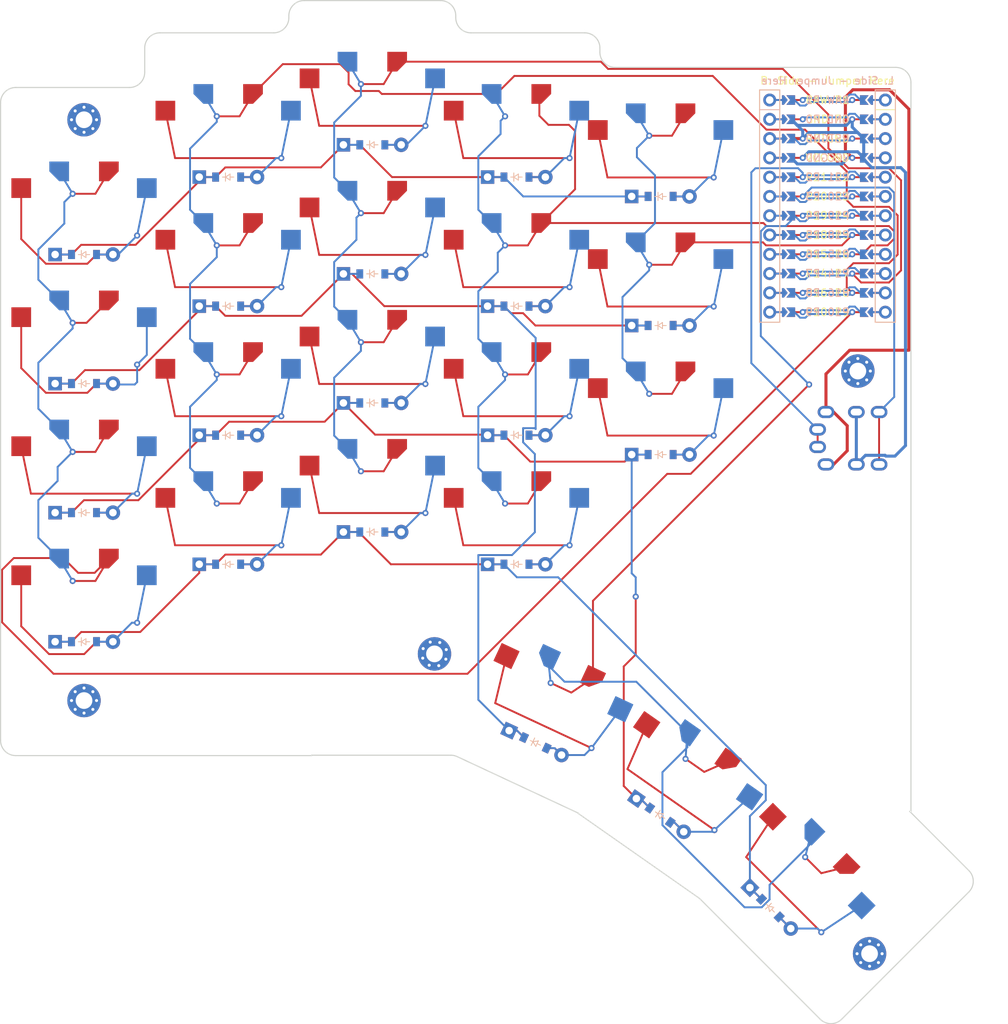
<source format=kicad_pcb>
(kicad_pcb (version 20221018) (generator pcbnew)
  (title_block (title "kipra-v1") (rev "v1.0.0") (company "Unknown"))
  (layers (0 "F.Cu" signal) (31 "B.Cu" signal) (34 "B.Paste" user) (35 "F.Paste" user) (36 "B.SilkS" user "B.Silkscreen") (37 "F.SilkS" user "F.Silkscreen") (38 "B.Mask" user) (39 "F.Mask" user) (44 "Edge.Cuts" user))
  (net 0 "")
  (net 1 "P10")
  (net 2 "pinky_one")
  (net 3 "pinky_two")
  (net 4 "pinky_three")
  (net 5 "pinky_four")
  (net 6 "P16")
  (net 7 "ring_one")
  (net 8 "ring_two")
  (net 9 "ring_three")
  (net 10 "ring_four")
  (net 11 "P14")
  (net 12 "middle_one")
  (net 13 "middle_two")
  (net 14 "middle_three")
  (net 15 "middle_four")
  (net 16 "P15")
  (net 17 "index_one")
  (net 18 "index_two")
  (net 19 "index_three")
  (net 20 "index_four")
  (net 21 "P18")
  (net 22 "inner_two")
  (net 23 "inner_three")
  (net 24 "inner_four")
  (net 25 "P19")
  (net 26 "thumb_far")
  (net 27 "thumb_middle")
  (net 28 "thumb_near")
  (net 29 "P8")
  (net 30 "P7")
  (net 31 "P6")
  (net 32 "P5")
  (net 33 "RAW")
  (net 34 "GND")
  (net 35 "RST")
  (net 36 "VCC")
  (net 37 "P21")
  (net 38 "P20")
  (net 39 "P1")
  (net 40 "P0")
  (net 41 "P2")
  (net 42 "P3")
  (net 43 "P4")
  (net 44 "P5")
  (net 45 "P6")
  (net 46 "P7")
  (net 47 "P8")
  (net 48 "P9")
  (net 49 "MCU1_24")
  (net 50 "MCU1_1")
  (net 51 "MCU1_23")
  (net 52 "MCU1_2")
  (net 53 "MCU1_22")
  (net 54 "MCU1_3")
  (net 55 "MCU1_21")
  (net 56 "MCU1_4")
  (net 57 "MCU1_20")
  (net 58 "MCU1_5")
  (net 59 "MCU1_19")
  (net 60 "MCU1_6")
  (net 61 "MCU1_18")
  (net 62 "MCU1_7")
  (net 63 "MCU1_17")
  (net 64 "MCU1_8")
  (net 65 "MCU1_16")
  (net 66 "MCU1_9")
  (net 67 "MCU1_15")
  (net 68 "MCU1_10")
  (net 69 "MCU1_14")
  (net 70 "MCU1_11")
  (net 71 "MCU1_13")
  (net 72 "MCU1_12")
  (footprint "PG1350" (layer "F.Cu") (at 157 38.8)
    (fp_text reference "S16" hide)
    (fp_text value "" hide)
  )
  (footprint "ComboDiode" (layer "F.Cu") (at 190.464466 140.085534 -45)
    (fp_text reference "D20" hide)
    (fp_text value "" hide)
  )
  (footprint "PG1350" (layer "F.Cu") (at 176 41.35)
    (fp_text reference "S19" hide)
    (fp_text value "" hide)
  )
  (footprint "PG1350" (layer "F.Cu") (at 138 68.55)
    (fp_text reference "S10" hide)
    (fp_text value "" hide)
  )
  (footprint "ComboDiode" (layer "F.Cu") (at 119 43.8)
    (fp_text reference "D8" hide)
    (fp_text value "" hide)
  )
  (footprint "ComboDiode" (layer "F.Cu") (at 138 39.55)
    (fp_text reference "D12" hide)
    (fp_text value "" hide)
  )
  (footprint "ComboDiode" (layer "F.Cu") (at 157 77.8)
    (fp_text reference "D14" hide)
    (fp_text value "" hide)
  )
  (footprint "ComboDiode" (layer "F.Cu") (at 119 77.8)
    (fp_text reference "D6" hide)
    (fp_text value "" hide)
  )
  (footprint "MountingHole_2.2mm_M2_Pad_Via" (layer "F.Cu") (at 202 69.35)
    (fp_text reference "_3" hide)
    (fp_text value "")
  )
  (footprint "ComboDiode" (layer "F.Cu") (at 138 73.55)
    (fp_text reference "D10" hide)
    (fp_text value "" hide)
  )
  (footprint "PG1350" (layer "F.Cu") (at 194 136.55 -45)
    (fp_text reference "S20" hide)
    (fp_text value "" hide)
  )
  (footprint "PG1350" (layer "F.Cu") (at 100 66)
    (fp_text reference "S3" hide)
    (fp_text value "" hide)
  )
  (footprint "PG1350" (layer "F.Cu") (at 119 72.8)
    (fp_text reference "S6" hide)
    (fp_text value "" hide)
  )
  (footprint "ComboDiode" (layer "F.Cu") (at 100 105)
    (fp_text reference "D1" hide)
    (fp_text value "" hide)
  )
  (footprint "PG1350" (layer "F.Cu") (at 138 85.55)
    (fp_text reference "S9" hide)
    (fp_text value "" hide)
  )
  (footprint "ComboDiode" (layer "F.Cu") (at 119 60.8)
    (fp_text reference "D7" hide)
    (fp_text value "" hide)
  )
  (footprint "MountingHole_2.2mm_M2_Pad_Via" (layer "F.Cu") (at 203.545942 146.095942 -45)
    (fp_text reference "_5" hide)
    (fp_text value "")
  )
  (footprint "PG1350" (layer "F.Cu") (at 157 55.8)
    (fp_text reference "S15" hide)
    (fp_text value "" hide)
  )
  (footprint "ComboDiode" (layer "F.Cu") (at 138 90.55)
    (fp_text reference "D9" hide)
    (fp_text value "" hide)
  )
  (footprint "PG1350" (layer "F.Cu") (at 161.602914 113.787112 -25)
    (fp_text reference "S22" hide)
    (fp_text value "" hide)
  )
  (footprint "PG1350" (layer "F.Cu") (at 176 58.35)
    (fp_text reference "S18" hide)
    (fp_text value "" hide)
  )
  (footprint "PG1350" (layer "F.Cu") (at 119 89.8)
    (fp_text reference "S5" hide)
    (fp_text value "" hide)
  )
  (footprint "MountingHole_2.2mm_M2_Pad_Via" (layer "F.Cu") (at 146.195681 106.602602 -25)
    (fp_text reference "_4" hide)
    (fp_text value "")
  )
  (footprint "ComboDiode" (layer "F.Cu") (at 100 71)
    (fp_text reference "D3" hide)
    (fp_text value "" hide)
  )
  (footprint "ComboDiode" (layer "F.Cu") (at 100 54)
    (fp_text reference "D4" hide)
    (fp_text value "" hide)
  )
  (footprint "ComboDiode" (layer "F.Cu") (at 119 94.8)
    (fp_text reference "D5" hide)
    (fp_text value "" hide)
  )
  (footprint "ComboDiode" (layer "F.Cu") (at 157 60.8)
    (fp_text reference "D15" hide)
    (fp_text value "" hide)
  )
  (footprint "nice_nano" (layer "F.Cu") (at 198 46.35)
    (fp_text reference "MCU1" hide)
    (fp_text value "")
  )
  (footprint "ComboDiode" (layer "F.Cu") (at 176 80.35)
    (fp_text reference "D17" hide)
    (fp_text value "" hide)
  )
  (footprint "PG1350" (layer "F.Cu") (at 157 89.8)
    (fp_text reference "S13" hide)
    (fp_text value "" hide)
  )
  (footprint "ComboDiode" (layer "F.Cu") (at 157 43.8)
    (fp_text reference "D16" hide)
    (fp_text value "" hide)
  )
  (footprint "PG1350" (layer "F.Cu") (at 178.797204 123.751367 -35)
    (fp_text reference "S21" hide)
    (fp_text value "" hide)
  )
  (footprint "ComboDiode" (layer "F.Cu") (at 100 88)
    (fp_text reference "D2" hide)
    (fp_text value "" hide)
  )
  (footprint "MountingHole_2.2mm_M2_Pad_Via" (layer "F.Cu") (at 100 36.25)
    (fp_text reference "_2" hide)
    (fp_text value "")
  )
  (footprint "PG1350" (layer "F.Cu") (at 119 38.8)
    (fp_text reference "S8" hide)
    (fp_text value "" hide)
  )
  (footprint "PG1350" (layer "F.Cu") (at 100 83)
    (fp_text reference "S2" hide)
    (fp_text value "" hide)
  )
  (footprint "ComboDiode" (layer "F.Cu") (at 138 56.55)
    (fp_text reference "D11" hide)
    (fp_text value "" hide)
  )
  (footprint "PG1350" (layer "F.Cu") (at 119 55.8)
    (fp_text reference "S7" hide)
    (fp_text value "" hide)
  )
  (footprint "PG1350" (layer "F.Cu") (at 100 100)
    (fp_text reference "S1" hide)
    (fp_text value "" hide)
  )
  (footprint "PG1350" (layer "F.Cu") (at 100 49)
    (fp_text reference "S4" hide)
    (fp_text value "" hide)
  )
  (footprint "MountingHole_2.2mm_M2_Pad_Via" (layer "F.Cu") (at 100 112.75)
    (fp_text reference "_1" hide)
    (fp_text value "")
  )
  (footprint "ComboDiode" (layer "F.Cu") (at 175.929322 127.847127 -35)
    (fp_text reference "D21" hide)
    (fp_text value "" hide)
  )
  (footprint "ComboDiode" (layer "F.Cu") (at 157 94.8)
    (fp_text reference "D13" hide)
    (fp_text value "" hide)
  )
  (footprint "PG1350" (layer "F.Cu") (at 176 75.35)
    (fp_text reference "S17" hide)
    (fp_text value "" hide)
  )
  (footprint "PG1350" (layer "F.Cu") (at 138 34.55)
    (fp_text reference "S12" hide)
    (fp_text value "" hide)
  )
  (footprint "TRRS-PJ-320A-dual" (layer "F.Cu") (at 208 79.35 -90)
    (fp_text reference "TRRS1")
    (fp_text value "TRRS-PJ-320A-dual")
  )
  (footprint "PG1350" (layer "F.Cu") (at 138 51.55)
    (fp_text reference "S11" hide)
    (fp_text value "" hide)
  )
  (footprint "ComboDiode" (layer "F.Cu") (at 176 63.35)
    (fp_text reference "D18" hide)
    (fp_text value "" hide)
  )
  (footprint "PG1350" (layer "F.Cu") (at 157 72.8)
    (fp_text reference "S14" hide)
    (fp_text value "" hide)
  )
  (footprint "ComboDiode" (layer "F.Cu") (at 159.489823 118.318651 -25)
    (fp_text reference "D22" hide)
    (fp_text value "" hide)
  )
  (footprint "ComboDiode" (layer "F.Cu") (at 176 46.35)
    (fp_text reference "D19" hide)
    (fp_text value "" hide)
  )
  (gr_arc (start 207 29.35) (mid 208.414214 29.935786) (end 209 31.35) (stroke (width 0.15)) (layer "Edge.Cuts"))
  (gr_arc (start 216.627417 135.135786) (mid 217.213204 136.55) (end 216.627417 137.964214) (stroke (width 0.15)) (layer "Edge.Cuts"))
  (gr_line (start 165.115495 127.599852) (end 165.135363 127.571477) (stroke (width 0.15)) (layer "Edge.Cuts"))
  (gr_line (start 91 32) (end 106 32) (stroke (width 0.15)) (layer "Edge.Cuts"))
  (gr_line (start 209 127.35) (end 209 31.35) (stroke (width 0.15)) (layer "Edge.Cuts"))
  (gr_line (start 199.868986 154.722644) (end 216.627417 137.964214) (stroke (width 0.15)) (layer "Edge.Cuts"))
  (gr_arc (start 170 29.35) (mid 168.585786 28.764214) (end 168 27.35) (stroke (width 0.15)) (layer "Edge.Cuts"))
  (gr_line (start 129 20.55) (end 147 20.55) (stroke (width 0.15)) (layer "Edge.Cuts"))
  (gr_arc (start 166 24.8) (mid 167.414214 25.385786) (end 168 26.8) (stroke (width 0.15)) (layer "Edge.Cuts"))
  (gr_arc (start 127 22.8) (mid 126.414214 24.214214) (end 125 24.8) (stroke (width 0.15)) (layer "Edge.Cuts"))
  (gr_arc (start 127 22.55) (mid 127.585786 21.135786) (end 129 20.55) (stroke (width 0.15)) (layer "Edge.Cuts"))
  (gr_line (start 170 29.35) (end 207 29.35) (stroke (width 0.15)) (layer "Edge.Cuts"))
  (gr_arc (start 147 20.55) (mid 148.414214 21.135786) (end 149 22.55) (stroke (width 0.15)) (layer "Edge.Cuts"))
  (gr_line (start 110 24.8) (end 125 24.8) (stroke (width 0.15)) (layer "Edge.Cuts"))
  (gr_line (start 209 127.35) (end 208.841631 127.35) (stroke (width 0.15)) (layer "Edge.Cuts"))
  (gr_arc (start 108 30) (mid 107.414214 31.414214) (end 106 32) (stroke (width 0.15)) (layer "Edge.Cuts"))
  (gr_arc (start 151 24.8) (mid 149.585786 24.214214) (end 149 22.8) (stroke (width 0.15)) (layer "Edge.Cuts"))
  (gr_arc (start 199.868986 154.722645) (mid 198.454772 155.308431) (end 197.040559 154.722644) (stroke (width 0.15)) (layer "Edge.Cuts"))
  (gr_line (start 149.192899 120.137384) (end 165.135363 127.571477) (stroke (width 0.15)) (layer "Edge.Cuts"))
  (gr_arc (start 91 120) (mid 89.585786 119.414214) (end 89 118) (stroke (width 0.15)) (layer "Edge.Cuts"))
  (gr_line (start 108 30) (end 108 26.8) (stroke (width 0.15)) (layer "Edge.Cuts"))
  (gr_line (start 181.257876 138.939961) (end 197.040559 154.722644) (stroke (width 0.15)) (layer "Edge.Cuts"))
  (gr_line (start 127 22.8) (end 127 22.55) (stroke (width 0.15)) (layer "Edge.Cuts"))
  (gr_line (start 149 22.55) (end 149 22.8) (stroke (width 0.15)) (layer "Edge.Cuts"))
  (gr_line (start 151 24.8) (end 166 24.8) (stroke (width 0.15)) (layer "Edge.Cuts"))
  (gr_line (start 130 119.95) (end 148.347662 119.95) (stroke (width 0.15)) (layer "Edge.Cuts"))
  (gr_arc (start 180.990815 138.71587) (mid 181.129238 138.822085) (end 181.257876 138.939961) (stroke (width 0.15)) (layer "Edge.Cuts"))
  (gr_line (start 89 118) (end 89 34) (stroke (width 0.15)) (layer "Edge.Cuts"))
  (gr_arc (start 108 26.8) (mid 108.585786 25.385786) (end 110 24.8) (stroke (width 0.15)) (layer "Edge.Cuts"))
  (gr_arc (start 89 34) (mid 89.585786 32.585786) (end 91 32) (stroke (width 0.15)) (layer "Edge.Cuts"))
  (gr_line (start 208.841631 127.35) (end 216.627417 135.135786) (stroke (width 0.15)) (layer "Edge.Cuts"))
  (gr_line (start 130 119.95) (end 130 120) (stroke (width 0.15)) (layer "Edge.Cuts"))
  (gr_line (start 168 26.8) (end 168 27.35) (stroke (width 0.15)) (layer "Edge.Cuts"))
  (gr_line (start 165.115495 127.599852) (end 180.990815 138.715871) (stroke (width 0.15)) (layer "Edge.Cuts"))
  (gr_line (start 91 120) (end 130 120) (stroke (width 0.15)) (layer "Edge.Cuts"))
  (gr_arc (start 148.347662 119.949999) (mid 148.780542 119.997407) (end 149.192899 120.137384) (stroke (width 0.15)) (layer "Edge.Cuts"))
  (segment (start 97.27835 93.98) (end 90.745 93.98) (width 0.25) (layer "F.Cu") (net 1))
  (segment (start 89.2 102.439) (end 95.981 109.22) (width 0.25) (layer "F.Cu") (net 1))
  (segment (start 179.963692 82.888308) (end 201.262 61.59) (width 0.25) (layer "F.Cu") (net 1))
  (segment (start 101.4 95.925) (end 99.22335 95.925) (width 0.25) (layer "F.Cu") (net 1))
  (segment (start 176.875 82.888308) (end 179.963692 82.888308) (width 0.25) (layer "F.Cu") (net 1))
  (segment (start 89.2 95.525) (end 89.2 102.439) (width 0.25) (layer "F.Cu") (net 1))
  (segment (start 99.22335 95.925) (end 97.27835 93.98) (width 0.25) (layer "F.Cu") (net 1))
  (segment (start 100.325 63) (end 103.275 60.05) (width 0.25) (layer "F.Cu") (net 1))
  (segment (start 101.5 97) (end 98.5 97) (width 0.25) (layer "F.Cu") (net 1))
  (segment (start 202.78 61.59) (end 201.26 61.59) (width 0.25) (layer "F.Cu") (net 1))
  (segment (start 103.28 94.05) (end 101.5 97) (width 0.25) (layer "F.Cu") (net 1))
  (segment (start 98.5 63) (end 100.325 63) (width 0.25) (layer "F.Cu") (net 1))
  (segment (start 90.745 93.98) (end 89.2 95.525) (width 0.25) (layer "F.Cu") (net 1))
  (segment (start 103.28 43.05) (end 101.5 46) (width 0.25) (layer "F.Cu") (net 1))
  (segment (start 95.981 109.22) (end 150.543308 109.22) (width 0.25) (layer "F.Cu") (net 1))
  (segment (start 150.543308 109.22) (end 176.875 82.888308) (width 0.25) (layer "F.Cu") (net 1))
  (segment (start 101.5 80) (end 98.5 80) (width 0.25) (layer "F.Cu") (net 1))
  (segment (start 103.28 77.05) (end 101.5 80) (width 0.25) (layer "F.Cu") (net 1))
  (segment (start 103.275 94.05) (end 101.4 95.925) (width 0.25) (layer "F.Cu") (net 1))
  (segment (start 101.5 46) (end 98.5 46) (width 0.25) (layer "F.Cu") (net 1))
  (segment (start 193.22 61.59) (end 193.66 61.59) (width 0.25) (layer "B.Cu") (net 1))
  (segment (start 193.66 61.59) (end 194.39 62.32) (width 0.25) (layer "B.Cu") (net 1))
  (segment (start 194.39 62.32) (end 195.09 62.32) (width 0.25) (layer "B.Cu") (net 1))
  (segment (start 93.98 53.34) (end 93.98 57.305) (width 0.25) (layer "B.Cu") (net 1))
  (segment (start 96.72 43.05) (end 98.5 46) (width 0.25) (layer "B.Cu") (net 1))
  (segment (start 96.52 83.82) (end 93.98 86.36) (width 0.25) (layer "B.Cu") (net 1))
  (segment (start 96.52 81.98) (end 96.52 83.82) (width 0.25) (layer "B.Cu") (net 1))
  (segment (start 195.46 61.94) (end 195.46 61.93) (width 0.25) (layer "B.Cu") (net 1))
  (segment (start 93.98 86.36) (end 93.98 91.305) (width 0.25) (layer "B.Cu") (net 1))
  (segment (start 96.72 77.05) (end 98.5 80) (width 0.25) (layer "B.Cu") (net 1))
  (segment (start 98.5 80) (end 96.52 81.98) (width 0.25) (layer "B.Cu") (net 1))
  (segment (start 195.55 61.84) (end 201.01 61.84) (width 0.25) (layer "B.Cu") (net 1))
  (segment (start 93.98 57.305) (end 96.725 60.05) (width 0.25) (layer "B.Cu") (net 1))
  (segment (start 96.725 77.05) (end 93.98 74.305) (width 0.25) (layer "B.Cu") (net 1))
  (segment (start 96.72 94.05) (end 98.5 97) (width 0.25) (layer "B.Cu") (net 1))
  (segment (start 98.5 63.733684) (end 98.5 63) (width 0.25) (layer "B.Cu") (net 1))
  (segment (start 93.98 68.253684) (end 98.5 63.733684) (width 0.25) (layer "B.Cu") (net 1))
  (segment (start 93.98 91.305) (end 96.725 94.05) (width 0.25) (layer "B.Cu") (net 1))
  (segment (start 201.01 61.84) (end 201.26 61.59) (width 0.25) (layer "B.Cu") (net 1))
  (segment (start 97.404 47.096) (end 97.404 49.916) (width 0.25) (layer "B.Cu") (net 1))
  (segment (start 97.404 49.916) (end 93.98 53.34) (width 0.25) (layer "B.Cu") (net 1))
  (segment (start 98.5 46) (end 97.404 47.096) (width 0.25) (layer "B.Cu") (net 1))
  (segment (start 93.98 74.305) (end 93.98 68.253684) (width 0.25) (layer "B.Cu") (net 1))
  (segment (start 195.46 61.93) (end 195.55 61.84) (width 0.25) (layer "B.Cu") (net 1))
  (segment (start 195.09 62.32) (end 195.46 61.94) (width 0.25) (layer "B.Cu") (net 1))
  (segment (start 96.72 60.05) (end 98.5 63) (width 0.25) (layer "B.Cu") (net 1))
  (segment (start 91.725 102.963) (end 91.725 96.25) (width 0.25) (layer "F.Cu") (net 2))
  (segment (start 101.65 105) (end 100.018698 106.631302) (width 0.25) (layer "F.Cu") (net 2))
  (segment (start 95.393302 106.631302) (end 91.725 102.963) (width 0.25) (layer "F.Cu") (net 2))
  (segment (start 100.018698 106.631302) (end 95.393302 106.631302) (width 0.25) (layer "F.Cu") (net 2))
  (segment (start 101.65 105) (end 103.81 105) (width 0.25) (layer "F.Cu") (net 2))
  (segment (start 108.28 96.25) (end 107 102.5) (width 0.25) (layer "B.Cu") (net 2))
  (segment (start 101.65 105) (end 103.81 105) (width 0.25) (layer "B.Cu") (net 2))
  (segment (start 103.81 105) (end 106.31 102.5) (width 0.25) (layer "B.Cu") (net 2))
  (segment (start 106.31 102.5) (end 107 102.5) (width 0.25) (layer "B.Cu") (net 2))
  (segment (start 91.72 79.25) (end 93 85.5) (width 0.25) (layer "F.Cu") (net 3))
  (segment (start 107 85.5) (end 93 85.5) (width 0.25) (layer "F.Cu") (net 3))
  (segment (start 101.65 88) (end 103.81 88) (width 0.25) (layer "F.Cu") (net 3))
  (segment (start 103.81 88) (end 106.31 85.5) (width 0.25) (layer "B.Cu") (net 3))
  (segment (start 106.31 85.5) (end 107 85.5) (width 0.25) (layer "B.Cu") (net 3))
  (segment (start 108.28 79.25) (end 107 85.5) (width 0.25) (layer "B.Cu") (net 3))
  (segment (start 101.65 88) (end 103.81 88) (width 0.25) (layer "B.Cu") (net 3))
  (segment (start 101.65 71.07) (end 101.6 71.12) (width 0.25) (layer "F.Cu") (net 4))
  (segment (start 94.976 72.214) (end 91.725 68.963) (width 0.25) (layer "F.Cu") (net 4))
  (segment (start 101.65 71) (end 103.81 71) (width 0.25) (layer "F.Cu") (net 4))
  (segment (start 91.725 68.963) (end 91.725 62.25) (width 0.25) (layer "F.Cu") (net 4))
  (segment (start 101.65 71) (end 100.436 72.214) (width 0.25) (layer "F.Cu") (net 4))
  (segment (start 100.436 72.214) (end 94.976 72.214) (width 0.25) (layer "F.Cu") (net 4))
  (segment (start 101.65 71) (end 101.65 71.07) (width 0.25) (layer "F.Cu") (net 4))
  (segment (start 107 70.8) (end 107 68.5) (width 0.25) (layer "B.Cu") (net 4))
  (segment (start 101.65 71) (end 103.81 71) (width 0.25) (layer "B.Cu") (net 4))
  (segment (start 106.68 71.12) (end 107 70.8) (width 0.25) (layer "B.Cu") (net 4))
  (segment (start 103.93 71.12) (end 106.68 71.12) (width 0.25) (layer "B.Cu") (net 4))
  (segment (start 108.275 67.225) (end 107 68.5) (width 0.25) (layer "B.Cu") (net 4))
  (segment (start 103.81 71) (end 103.93 71.12) (width 0.25) (layer "B.Cu") (net 4))
  (segment (start 108.275 62.25) (end 108.275 67.225) (width 0.25) (layer "B.Cu") (net 4))
  (segment (start 94.976 55.214) (end 91.725 51.963) (width 0.25) (layer "F.Cu") (net 5))
  (segment (start 101.65 54) (end 100.436 55.214) (width 0.25) (layer "F.Cu") (net 5))
  (segment (start 101.65 54) (end 103.81 54) (width 0.25) (layer "F.Cu") (net 5))
  (segment (start 91.725 51.963) (end 91.725 45.25) (width 0.25) (layer "F.Cu") (net 5))
  (segment (start 100.436 55.214) (end 94.976 55.214) (width 0.25) (layer "F.Cu") (net 5))
  (segment (start 107 51.5) (end 104.5 54) (width 0.25) (layer "B.Cu") (net 5))
  (segment (start 103.81 53.67) (end 104.14 53.34) (width 0.25) (layer "B.Cu") (net 5))
  (segment (start 101.65 54) (end 103.81 54) (width 0.25) (layer "B.Cu") (net 5))
  (segment (start 103.81 54) (end 103.81 53.67) (width 0.25) (layer "B.Cu") (net 5))
  (segment (start 108.28 45.25) (end 107 51.5) (width 0.25) (layer "B.Cu") (net 5))
  (segment (start 104.5 54) (end 103.81 54) (width 0.25) (layer "B.Cu") (net 5))
  (segment (start 120.5 35.8) (end 117.5 35.8) (width 0.25) (layer "F.Cu") (net 6))
  (segment (start 122.28 32.85) (end 120.5 35.8) (width 0.25) (layer "F.Cu") (net 6))
  (segment (start 201.411695 55.145) (end 200.537 56.019695) (width 0.25) (layer "F.Cu") (net 6))
  (segment (start 138.865499 32.4605) (end 139.254999 32.85) (width 0.25) (layer "F.Cu") (net 6))
  (segment (start 156.71835 30.48) (end 182.88 30.48) (width 0.25) (layer "F.Cu") (net 6))
  (segment (start 139.254999 32.85) (end 154.34835 32.85) (width 0.25) (layer "F.Cu") (net 6))
  (segment (start 201.411695 47.715) (end 206.106701 47.715) (width 0.25) (layer "F.Cu") (net 6))
  (segment (start 200.537 43.057) (end 200.537 46.840305) (width 0.25) (layer "F.Cu") (net 6))
  (segment (start 207.245 48.853299) (end 207.245 54.006701) (width 0.25) (layer "F.Cu") (net 6))
  (segment (start 182.88 30.48) (end 189.955 37.555) (width 0.25) (layer "F.Cu") (net 6))
  (segment (start 133.77665 28.925) (end 134.875 30.02335) (width 0.25) (layer "F.Cu") (net 6))
  (segment (start 134.875 31.57665) (end 135.75885 32.4605) (width 0.25) (layer "F.Cu") (net 6))
  (segment (start 200.537 56.019695) (end 200.537 58.325) (width 0.25) (layer "F.Cu") (net 6))
  (segment (start 206.106701 47.715) (end 207.245 48.853299) (width 0.25) (layer "F.Cu") (net 6))
  (segment (start 207.245 54.006701) (end 206.106701 55.145) (width 0.25) (layer "F.Cu") (net 6))
  (segment (start 120.5 86.8) (end 117.5 86.8) (width 0.25) (layer "F.Cu") (net 6))
  (segment (start 120.5 69.8) (end 117.5 69.8) (width 0.25) (layer "F.Cu") (net 6))
  (segment (start 122.28 83.85) (end 120.5 86.8) (width 0.25) (layer "F.Cu") (net 6))
  (segment (start 122.28 49.85) (end 120.5 52.8) (width 0.25) (layer "F.Cu") (net 6))
  (segment (start 134.875 30.02335) (end 134.875 31.57665) (width 0.25) (layer "F.Cu") (net 6))
  (segment (start 135.75885 32.4605) (end 138.865499 32.4605) (width 0.25) (layer "F.Cu") (net 6))
  (segment (start 154.34835 32.85) (end 156.71835 30.48) (width 0.25) (layer "F.Cu") (net 6))
  (segment (start 120.5 52.8) (end 117.5 52.8) (width 0.25) (layer "F.Cu") (net 6))
  (segment (start 206.106701 55.145) (end 201.411695 55.145) (width 0.25) (layer "F.Cu") (net 6))
  (segment (start 189.955 37.555) (end 195.035 37.555) (width 0.25) (layer "F.Cu") (net 6))
  (segment (start 122.28 66.85) (end 120.5 69.8) (width 0.25) (layer "F.Cu") (net 6))
  (segment (start 126.2 28.925) (end 133.77665 28.925) (width 0.25) (layer "F.Cu") (net 6))
  (segment (start 200.537 58.325) (end 201.262 59.05) (width 0.25) (layer "F.Cu") (net 6))
  (segment (start 195.035 37.555) (end 200.537 43.057) (width 0.25) (layer "F.Cu") (net 6))
  (segment (start 122.275 32.85) (end 126.2 28.925) (width 0.25) (layer "F.Cu") (net 6))
  (segment (start 202.78 59.05) (end 201.26 59.05) (width 0.25) (layer "F.Cu") (net 6))
  (segment (start 200.537 46.840305) (end 201.411695 47.715) (width 0.25) (layer "F.Cu") (net 6))
  (segment (start 113.976 40.057684) (end 117.5 36.533684) (width 0.25) (layer "B.Cu") (net 6))
  (segment (start 113.976 82.101) (end 113.976 74.057684) (width 0.25) (layer "B.Cu") (net 6))
  (segment (start 195.46 59.4) (end 195.46 59.39) (width 0.25) (layer "B.Cu") (net 6))
  (segment (start 115.72 49.85) (end 117.5 52.8) (width 0.25) (layer "B.Cu") (net 6))
  (segment (start 113.976 74.057684) (end 117.5 70.533684) (width 0.25) (layer "B.Cu") (net 6))
  (segment (start 115.725 66.85) (end 113.976 65.101) (width 0.25) (layer "B.Cu") (net 6))
  (segment (start 115.725 83.85) (end 113.976 82.101) (width 0.25) (layer "B.Cu") (net 6))
  (segment (start 193.66 59.05) (end 194.39 59.78) (width 0.25) (layer "B.Cu") (net 6))
  (segment (start 115.72 83.85) (end 117.5 86.8) (width 0.25) (layer "B.Cu") (net 6))
  (segment (start 115.72 66.85) (end 117.5 69.8) (width 0.25) (layer "B.Cu") (net 6))
  (segment (start 195.46 59.39) (end 195.55 59.3) (width 0.25) (layer "B.Cu") (net 6))
  (segment (start 117.5 36.533684) (end 117.5 35.8) (width 0.25) (layer "B.Cu") (net 6))
  (segment (start 195.55 59.3) (end 201.01 59.3) (width 0.25) (layer "B.Cu") (net 6))
  (segment (start 195.09 59.78) (end 195.46 59.4) (width 0.25) (layer "B.Cu") (net 6))
  (segment (start 201.01 59.3) (end 201.26 59.05) (width 0.25) (layer "B.Cu") (net 6))
  (segment (start 193.22 59.05) (end 193.66 59.05) (width 0.25) (layer "B.Cu") (net 6))
  (segment (start 113.976 48.101) (end 113.976 40.057684) (width 0.25) (layer "B.Cu") (net 6))
  (segment (start 194.39 59.78) (end 195.09 59.78) (width 0.25) (layer "B.Cu") (net 6))
  (segment (start 113.976 65.101) (end 113.976 57.869001) (width 0.25) (layer "B.Cu") (net 6))
  (segment (start 113.976 57.869001) (end 117.5 54.345001) (width 0.25) (layer "B.Cu") (net 6))
  (segment (start 115.725 49.85) (end 113.976 48.101) (width 0.25) (layer "B.Cu") (net 6))
  (segment (start 115.72 32.85) (end 117.5 35.8) (width 0.25) (layer "B.Cu") (net 6))
  (segment (start 117.5 70.533684) (end 117.5 69.8) (width 0.25) (layer "B.Cu") (net 6))
  (segment (start 117.5 54.345001) (end 117.5 52.8) (width 0.25) (layer "B.Cu") (net 6))
  (segment (start 110.72 86.05) (end 112 92.3) (width 0.25) (layer "F.Cu") (net 7))
  (segment (start 126 92.3) (end 112 92.3) (width 0.25) (layer "F.Cu") (net 7))
  (segment (start 122.81 94.8) (end 120.65 94.8) (width 0.25) (layer "F.Cu") (net 7))
  (segment (start 127.28 86.05) (end 126 92.3) (width 0.25) (layer "B.Cu") (net 7))
  (segment (start 120.65 94.8) (end 122.81 94.8) (width 0.25) (layer "B.Cu") (net 7))
  (segment (start 125.31 92.3) (end 126 92.3) (width 0.25) (layer "B.Cu") (net 7))
  (segment (start 122.81 94.8) (end 125.31 92.3) (width 0.25) (layer "B.Cu") (net 7))
  (segment (start 110.72 69.05) (end 112 75.3) (width 0.25) (layer "F.Cu") (net 8))
  (segment (start 122.81 77.8) (end 120.65 77.8) (width 0.25) (layer "F.Cu") (net 8))
  (segment (start 126 75.3) (end 112 75.3) (width 0.25) (layer "F.Cu") (net 8))
  (segment (start 120.65 77.8) (end 122.81 77.8) (width 0.25) (layer "B.Cu") (net 8))
  (segment (start 127.28 69.05) (end 126 75.3) (width 0.25) (layer "B.Cu") (net 8))
  (segment (start 125.31 75.3) (end 126 75.3) (width 0.25) (layer "B.Cu") (net 8))
  (segment (start 122.81 77.8) (end 125.31 75.3) (width 0.25) (layer "B.Cu") (net 8))
  (segment (start 120.65 60.8) (end 122.81 60.8) (width 0.25) (layer "F.Cu") (net 9))
  (segment (start 126 58.3) (end 112 58.3) (width 0.25) (layer "F.Cu") (net 9))
  (segment (start 110.72 52.05) (end 112 58.3) (width 0.25) (layer "F.Cu") (net 9))
  (segment (start 127.28 52.05) (end 126 58.3) (width 0.25) (layer "B.Cu") (net 9))
  (segment (start 122.81 60.8) (end 125.31 58.3) (width 0.25) (layer "B.Cu") (net 9))
  (segment (start 125.31 58.3) (end 126 58.3) (width 0.25) (layer "B.Cu") (net 9))
  (segment (start 120.65 60.8) (end 122.81 60.8) (width 0.25) (layer "B.Cu") (net 9))
  (segment (start 110.72 35.05) (end 112 41.3) (width 0.25) (layer "F.Cu") (net 10))
  (segment (start 122.81 43.8) (end 120.65 43.8) (width 0.25) (layer "F.Cu") (net 10))
  (segment (start 126 41.3) (end 112 41.3) (width 0.25) (layer "F.Cu") (net 10))
  (segment (start 122.81 43.8) (end 125.31 41.3) (width 0.25) (layer "B.Cu") (net 10))
  (segment (start 127.28 35.05) (end 126 41.3) (width 0.25) (layer "B.Cu") (net 10))
  (segment (start 125.31 41.3) (end 126 41.3) (width 0.25) (layer "B.Cu") (net 10))
  (segment (start 120.65 43.8) (end 122.81 43.8) (width 0.25) (layer "B.Cu") (net 10))
  (segment (start 141.28 45.6) (end 139.5 48.55) (width 0.25) (layer "F.Cu") (net 11))
  (segment (start 168.127306 28.6) (end 169.077306 29.55) (width 0.25) (layer "F.Cu") (net 11))
  (segment (start 141.28 62.6) (end 139.5 65.55) (width 0.25) (layer "F.Cu") (net 11))
  (segment (start 206.106701 57.685) (end 202.437 57.685) (width 0.25) (layer "F.Cu") (net 11))
  (segment (start 198.12 35.56) (end 198.12 40.003604) (width 0.25) (layer "F.Cu") (net 11))
  (segment (start 207.695 44.223299) (end 207.695 56.096701) (width 0.25) (layer "F.Cu") (net 11))
  (segment (start 207.695 56.096701) (end 206.106701 57.685) (width 0.25) (layer "F.Cu") (net 11))
  (segment (start 139.5 48.55) (end 136.5 48.55) (width 0.25) (layer "F.Cu") (net 11))
  (segment (start 198.12 40.003604) (end 200.751396 42.635) (width 0.25) (layer "F.Cu") (net 11))
  (segment (start 139.5 65.55) (end 136.5 65.55) (width 0.25) (layer "F.Cu") (net 11))
  (segment (start 202.78 56.51) (end 201.26 56.51) (width 0.25) (layer "F.Cu") (net 11))
  (segment (start 202.437 57.685) (end 201.262 56.51) (width 0.25) (layer "F.Cu") (net 11))
  (segment (start 141.275 28.6) (end 168.127306 28.6) (width 0.25) (layer "F.Cu") (net 11))
  (segment (start 139.5 82.55) (end 136.5 82.55) (width 0.25) (layer "F.Cu") (net 11))
  (segment (start 141.28 28.6) (end 139.5 31.55) (width 0.25) (layer "F.Cu") (net 11))
  (segment (start 192.11 29.55) (end 198.12 35.56) (width 0.25) (layer "F.Cu") (net 11))
  (segment (start 200.751396 42.635) (end 206.106701 42.635) (width 0.25) (layer "F.Cu") (net 11))
  (segment (start 169.077306 29.55) (end 192.11 29.55) (width 0.25) (layer "F.Cu") (net 11))
  (segment (start 206.106701 42.635) (end 207.695 44.223299) (width 0.25) (layer "F.Cu") (net 11))
  (segment (start 139.5 31.55) (end 136.5 31.55) (width 0.25) (layer "F.Cu") (net 11))
  (segment (start 141.28 79.6) (end 139.5 82.55) (width 0.25) (layer "F.Cu") (net 11))
  (segment (start 135.9105 52.0495) (end 135.9105 49.1395) (width 0.25) (layer "B.Cu") (net 11))
  (segment (start 195.46 56.85) (end 195.55 56.76) (width 0.25) (layer "B.Cu") (net 11))
  (segment (start 193.66 56.51) (end 194.39 57.24) (width 0.25) (layer "B.Cu") (net 11))
  (segment (start 132.976 36.619001) (end 136.5 33.095001) (width 0.25) (layer "B.Cu") (net 11))
  (segment (start 136.5 33.095001) (end 136.5 31.55) (width 0.25) (layer "B.Cu") (net 11))
  (segment (start 132.976 60.851) (end 132.976 54.984) (width 0.25) (layer "B.Cu") (net 11))
  (segment (start 134.725 45.6) (end 132.976 43.851) (width 0.25) (layer "B.Cu") (net 11))
  (segment (start 134.72 79.6) (end 136.5 82.55) (width 0.25) (layer "B.Cu") (net 11))
  (segment (start 194.39 57.24) (end 195.09 57.24) (width 0.25) (layer "B.Cu") (net 11))
  (segment (start 132.976 54.984) (end 135.9105 52.0495) (width 0.25) (layer "B.Cu") (net 11))
  (segment (start 136.5 66.7) (end 136.5 65.55) (width 0.25) (layer "B.Cu") (net 11))
  (segment (start 132.976 43.851) (end 132.976 36.619001) (width 0.25) (layer "B.Cu") (net 11))
  (segment (start 132.976 77.851) (end 132.976 70.224) (width 0.25) (layer "B.Cu") (net 11))
  (segment (start 134.725 62.6) (end 132.976 60.851) (width 0.25) (layer "B.Cu") (net 11))
  (segment (start 132.976 70.224) (end 136.5 66.7) (width 0.25) (layer "B.Cu") (net 11))
  (segment (start 134.725 79.6) (end 132.976 77.851) (width 0.25) (layer "B.Cu") (net 11))
  (segment (start 134.72 45.6) (end 136.5 48.55) (width 0.25) (layer "B.Cu") (net 11))
  (segment (start 195.46 56.86) (end 195.46 56.85) (width 0.25) (layer "B.Cu") (net 11))
  (segment (start 134.72 28.6) (end 136.5 31.55) (width 0.25) (layer "B.Cu") (net 11))
  (segment (start 193.22 56.51) (end 193.66 56.51) (width 0.25) (layer "B.Cu") (net 11))
  (segment (start 195.09 57.24) (end 195.46 56.86) (width 0.25) (layer "B.Cu") (net 11))
  (segment (start 195.55 56.76) (end 201.01 56.76) (width 0.25) (layer "B.Cu") (net 11))
  (segment (start 134.72 62.6) (end 136.5 65.55) (width 0.25) (layer "B.Cu") (net 11))
  (segment (start 135.9105 49.1395) (end 136.5 48.55) (width 0.25) (layer "B.Cu") (net 11))
  (segment (start 201.01 56.76) (end 201.26 56.51) (width 0.25) (layer "B.Cu") (net 11))
  (segment (start 139.65 90.55) (end 141.81 90.55) (width 0.25) (layer "F.Cu") (net 12))
  (segment (start 129.72 81.8) (end 131 88.05) (width 0.25) (layer "F.Cu") (net 12))
  (segment (start 145 88.05) (end 131 88.05) (width 0.25) (layer "F.Cu") (net 12))
  (segment (start 146.28 81.8) (end 145 88.05) (width 0.25) (layer "B.Cu") (net 12))
  (segment (start 141.81 90.55) (end 144.31 88.05) (width 0.25) (layer "B.Cu") (net 12))
  (segment (start 144.31 88.05) (end 145 88.05) (width 0.25) (layer "B.Cu") (net 12))
  (segment (start 139.65 90.55) (end 141.81 90.55) (width 0.25) (layer "B.Cu") (net 12))
  (segment (start 139.65 73.55) (end 141.81 73.55) (width 0.25) (layer "F.Cu") (net 13))
  (segment (start 145 71.05) (end 131 71.05) (width 0.25) (layer "F.Cu") (net 13))
  (segment (start 129.72 64.8) (end 131 71.05) (width 0.25) (layer "F.Cu") (net 13))
  (segment (start 139.65 73.55) (end 141.81 73.55) (width 0.25) (layer "B.Cu") (net 13))
  (segment (start 146.28 64.8) (end 145 71.05) (width 0.25) (layer "B.Cu") (net 13))
  (segment (start 144.31 71.05) (end 145 71.05) (width 0.25) (layer "B.Cu") (net 13))
  (segment (start 141.81 73.55) (end 144.31 71.05) (width 0.25) (layer "B.Cu") (net 13))
  (segment (start 145 54.05) (end 131 54.05) (width 0.25) (layer "F.Cu") (net 14))
  (segment (start 139.65 56.55) (end 141.81 56.55) (width 0.25) (layer "F.Cu") (net 14))
  (segment (start 129.72 47.8) (end 131 54.05) (width 0.25) (layer "F.Cu") (net 14))
  (segment (start 146.28 47.8) (end 145 54.05) (width 0.25) (layer "B.Cu") (net 14))
  (segment (start 141.81 56.55) (end 144.31 54.05) (width 0.25) (layer "B.Cu") (net 14))
  (segment (start 139.65 56.55) (end 141.81 56.55) (width 0.25) (layer "B.Cu") (net 14))
  (segment (start 144.31 54.05) (end 145 54.05) (width 0.25) (layer "B.Cu") (net 14))
  (segment (start 129.72 30.8) (end 131 37.05) (width 0.25) (layer "F.Cu") (net 15))
  (segment (start 145 37.05) (end 131 37.05) (width 0.25) (layer "F.Cu") (net 15))
  (segment (start 139.65 39.55) (end 141.81 39.55) (width 0.25) (layer "F.Cu") (net 15))
  (segment (start 146.28 30.8) (end 145 37.05) (width 0.25) (layer "B.Cu") (net 15))
  (segment (start 142.5 39.55) (end 141.81 39.55) (width 0.25) (layer "B.Cu") (net 15))
  (segment (start 145 37.05) (end 142.5 39.55) (width 0.25) (layer "B.Cu") (net 15))
  (segment (start 139.65 39.55) (end 141.81 39.55) (width 0.25) (layer "B.Cu") (net 15))
  (segment (start 160.275 49.85) (end 189.55 49.85) (width 0.25) (layer "F.Cu") (net 16))
  (segment (start 202.775 53.765) (end 202.775 53.97) (width 0.25) (layer "F.Cu") (net 16))
  (segment (start 163.925 36.925) (end 161.22335 36.925) (width 0.25) (layer "F.Cu") (net 16))
  (segment (start 160.02 35.72165) (end 160.02 33.105) (width 0.25) (layer "F.Cu") (net 16))
  (segment (start 203.745 52.795) (end 202.775 53.765) (width 0.25) (layer "F.Cu") (net 16))
  (segment (start 206.106701 50.255) (end 206.795 50.943299) (width 0.25) (layer "F.Cu") (net 16))
  (segment (start 206.795 50.943299) (end 206.795 51.916701) (width 0.25) (layer "F.Cu") (net 16))
  (segment (start 205.916701 52.795) (end 203.745 52.795) (width 0.25) (layer "F.Cu") (net 16))
  (segment (start 160.28 83.85) (end 158.5 86.8) (width 0.25) (layer "F.Cu") (net 16))
  (segment (start 160.28 49.85) (end 158.5 52.8) (width 0.25) (layer "F.Cu") (net 16))
  (segment (start 158.5 86.8) (end 155.5 86.8) (width 0.25) (layer "F.Cu") (net 16))
  (segment (start 164.725 37.725) (end 163.925 36.925) (width 0.25) (layer "F.Cu") (net 16))
  (segment (start 158.5 69.8) (end 155.5 69.8) (width 0.25) (layer "F.Cu") (net 16))
  (segment (start 160.275 49.85) (end 164.725 45.4) (width 0.25) (layer "F.Cu") (net 16))
  (segment (start 206.795 51.916701) (end 205.916701 52.795) (width 0.25) (layer "F.Cu") (net 16))
  (segment (start 164.725 45.4) (end 164.725 37.725) (width 0.25) (layer "F.Cu") (net 16))
  (segment (start 161.22335 36.925) (end 160.02 35.72165) (width 0.25) (layer "F.Cu") (net 16))
  (segment (start 189.955 50.255) (end 206.106701 50.255) (width 0.25) (layer "F.Cu") (net 16))
  (segment (start 160.28 66.85) (end 158.5 69.8) (width 0.25) (layer "F.Cu") (net 16))
  (segment (start 202.78 53.97) (end 201.26 53.97) (width 0.25) (layer "F.Cu") (net 16))
  (segment (start 189.55 49.85) (end 189.955 50.255) (width 0.25) (layer "F.Cu") (net 16))
  (segment (start 160.02 33.105) (end 160.275 32.85) (width 0.25) (layer "F.Cu") (net 16))
  (segment (start 158.5 52.8) (end 155.5 52.8) (width 0.25) (layer "F.Cu") (net 16))
  (segment (start 151.976 41.064) (end 154.9105 38.1295) (width 0.25) (layer "B.Cu") (net 16))
  (segment (start 153.72 66.85) (end 155.5 69.8) (width 0.25) (layer "B.Cu") (net 16))
  (segment (start 153.725 66.85) (end 151.976 65.101) (width 0.25) (layer "B.Cu") (net 16))
  (segment (start 153.72 49.85) (end 155.5 52.8) (width 0.25) (layer "B.Cu") (net 16))
  (segment (start 155.5 70.533684) (end 155.5 69.8) (width 0.25) (layer "B.Cu") (net 16))
  (segment (start 151.976 65.101) (end 151.976 58.844) (width 0.25) (layer "B.Cu") (net 16))
  (segment (start 193.66 53.97) (end 194.39 54.7) (width 0.25) (layer "B.Cu") (net 16))
  (segment (start 194.39 54.7) (end 195.09 54.7) (width 0.25) (layer "B.Cu") (net 16))
  (segment (start 153.72 32.85) (end 155.5 35.8) (width 0.25) (layer "B.Cu") (net 16))
  (segment (start 195.46 54.31) (end 195.55 54.22) (width 0.25) (layer "B.Cu") (net 16))
  (segment (start 151.976 74.057684) (end 155.5 70.533684) (width 0.25) (layer "B.Cu") (net 16))
  (segment (start 201.01 54.22) (end 201.26 53.97) (width 0.25) (layer "B.Cu") (net 16))
  (segment (start 195.55 54.22) (end 201.01 54.22) (width 0.25) (layer "B.Cu") (net 16))
  (segment (start 154.9105 36.3895) (end 155.5 35.8) (width 0.25) (layer "B.Cu") (net 16))
  (segment (start 193.22 53.97) (end 193.66 53.97) (width 0.25) (layer "B.Cu") (net 16))
  (segment (start 154.9105 38.1295) (end 154.9105 36.3895) (width 0.25) (layer "B.Cu") (net 16))
  (segment (start 195.46 54.32) (end 195.46 54.31) (width 0.25) (layer "B.Cu") (net 16))
  (segment (start 153.72 83.85) (end 155.5 86.8) (width 0.25) (layer "B.Cu") (net 16))
  (segment (start 153.725 49.85) (end 151.976 48.101) (width 0.25) (layer "B.Cu") (net 16))
  (segment (start 151.976 82.101) (end 151.976 74.057684) (width 0.25) (layer "B.Cu") (net 16))
  (segment (start 154.536617 56.283383) (end 154.536617 53.763383) (width 0.25) (layer "B.Cu") (net 16))
  (segment (start 153.725 83.85) (end 151.976 82.101) (width 0.25) (layer "B.Cu") (net 16))
  (segment (start 151.976 58.844) (end 154.536617 56.283383) (width 0.25) (layer "B.Cu") (net 16))
  (segment (start 151.976 48.101) (end 151.976 41.064) (width 0.25) (layer "B.Cu") (net 16))
  (segment (start 195.09 54.7) (end 195.46 54.32) (width 0.25) (layer "B.Cu") (net 16))
  (segment (start 154.536617 53.763383) (end 155.5 52.8) (width 0.25) (layer "B.Cu") (net 16))
  (segment (start 148.72 86.05) (end 150 92.3) (width 0.25) (layer "F.Cu") (net 17))
  (segment (start 158.65 94.8) (end 160.81 94.8) (width 0.25) (layer "F.Cu") (net 17))
  (segment (start 164 92.3) (end 150 92.3) (width 0.25) (layer "F.Cu") (net 17))
  (segment (start 160.81 94.8) (end 163.31 92.3) (width 0.25) (layer "B.Cu") (net 17))
  (segment (start 165.28 86.05) (end 164 92.3) (width 0.25) (layer "B.Cu") (net 17))
  (segment (start 163.31 92.3) (end 164 92.3) (width 0.25) (layer "B.Cu") (net 17))
  (segment (start 158.65 94.8) (end 160.81 94.8) (width 0.25) (layer "B.Cu") (net 17))
  (segment (start 164 75.3) (end 150 75.3) (width 0.25) (layer "F.Cu") (net 18))
  (segment (start 158.65 77.8) (end 160.81 77.8) (width 0.25) (layer "F.Cu") (net 18))
  (segment (start 148.72 69.05) (end 150 75.3) (width 0.25) (layer "F.Cu") (net 18))
  (segment (start 158.65 77.8) (end 160.81 77.8) (width 0.25) (layer "B.Cu") (net 18))
  (segment (start 163.31 75.3) (end 164 75.3) (width 0.25) (layer "B.Cu") (net 18))
  (segment (start 160.81 77.8) (end 163.31 75.3) (width 0.25) (layer "B.Cu") (net 18))
  (segment (start 165.28 69.05) (end 164 75.3) (width 0.25) (layer "B.Cu") (net 18))
  (segment (start 158.65 60.8) (end 160.81 60.8) (width 0.25) (layer "F.Cu") (net 19))
  (segment (start 164 58.3) (end 150 58.3) (width 0.25) (layer "F.Cu") (net 19))
  (segment (start 148.72 52.05) (end 150 58.3) (width 0.25) (layer "F.Cu") (net 19))
  (segment (start 158.65 60.8) (end 160.81 60.8) (width 0.25) (layer "B.Cu") (net 19))
  (segment (start 165.28 52.05) (end 164 58.3) (width 0.25) (layer "B.Cu") (net 19))
  (segment (start 163.31 58.3) (end 164 58.3) (width 0.25) (layer "B.Cu") (net 19))
  (segment (start 160.81 60.8) (end 163.31 58.3) (width 0.25) (layer "B.Cu") (net 19))
  (segment (start 148.72 35.05) (end 150 41.3) (width 0.25) (layer "F.Cu") (net 20))
  (segment (start 158.65 43.8) (end 160.81 43.8) (width 0.25) (layer "F.Cu") (net 20))
  (segment (start 164 41.3) (end 150 41.3) (width 0.25) (layer "F.Cu") (net 20))
  (segment (start 158.65 43.8) (end 160.81 43.8) (width 0.25) (layer "B.Cu") (net 20))
  (segment (start 163.31 41.3) (end 164 41.3) (width 0.25) (layer "B.Cu") (net 20))
  (segment (start 160.81 43.8) (end 163.31 41.3) (width 0.25) (layer "B.Cu") (net 20))
  (segment (start 165.28 35.05) (end 164 41.3) (width 0.25) (layer "B.Cu") (net 20))
  (segment (start 177.5 72.35) (end 174.5 72.35) (width 0.25) (layer "F.Cu") (net 21))
  (segment (start 179.28 35.4) (end 177.5 38.35) (width 0.25) (layer "F.Cu") (net 21))
  (segment (start 177.5 38.35) (end 174.5 38.35) (width 0.25) (layer "F.Cu") (net 21))
  (segment (start 179.275 52.4) (end 189.498299 52.4) (width 0.25) (layer "F.Cu") (net 21))
  (segment (start 199.897 52.795) (end 201.262 51.43) (width 0.25) (layer "F.Cu") (net 21))
  (segment (start 179.28 52.4) (end 177.5 55.35) (width 0.25) (layer "F.Cu") (net 21))
  (segment (start 202.78 51.43) (end 201.26 51.43) (width 0.25) (layer "F.Cu") (net 21))
  (segment (start 189.893299 52.795) (end 199.897 52.795) (width 0.25) (layer "F.Cu") (net 21))
  (segment (start 177.5 55.35) (end 174.5 55.35) (width 0.25) (layer "F.Cu") (net 21))
  (segment (start 179.28 69.4) (end 177.5 72.35) (width 0.25) (layer "F.Cu") (net 21))
  (segment (start 189.498299 52.4) (end 189.893299 52.795) (width 0.25) (layer "F.Cu") (net 21))
  (segment (start 174.5 56.083684) (end 174.5 55.35) (width 0.25) (layer "B.Cu") (net 21))
  (segment (start 172.875 39.975) (end 174.5 38.35) (width 0.25) (layer "B.Cu") (net 21))
  (segment (start 172.725 52.4) (end 175.26 49.865) (width 0.25) (layer "B.Cu") (net 21))
  (segment (start 195.46 51.78) (end 195.46 51.77) (width 0.25) (layer "B.Cu") (net 21))
  (segment (start 170.976 67.651) (end 170.976 59.607684) (width 0.25) (layer "B.Cu") (net 21))
  (segment (start 201.01 51.68) (end 201.26 51.43) (width 0.25) (layer "B.Cu") (net 21))
  (segment (start 170.976 59.607684) (end 174.5 56.083684) (width 0.25) (layer "B.Cu") (net 21))
  (segment (start 175.26 43.564999) (end 172.875 41.179999) (width 0.25) (layer "B.Cu") (net 21))
  (segment (start 172.72 69.4) (end 174.5 72.35) (width 0.25) (layer "B.Cu") (net 21))
  (segment (start 172.875 41.179999) (end 172.875 39.975) (width 0.25) (layer "B.Cu") (net 21))
  (segment (start 172.72 52.4) (end 174.5 55.35) (width 0.25) (layer "B.Cu") (net 21))
  (segment (start 193.66 51.43) (end 194.39 52.16) (width 0.25) (layer "B.Cu") (net 21))
  (segment (start 193.22 51.43) (end 193.66 51.43) (width 0.25) (layer "B.Cu") (net 21))
  (segment (start 172.72 35.4) (end 174.5 38.35) (width 0.25) (layer "B.Cu") (net 21))
  (segment (start 175.26 49.865) (end 175.26 43.564999) (width 0.25) (layer "B.Cu") (net 21))
  (segment (start 195.09 52.16) (end 195.46 51.78) (width 0.25) (layer "B.Cu") (net 21))
  (segment (start 194.39 52.16) (end 195.09 52.16) (width 0.25) (layer "B.Cu") (net 21))
  (segment (start 195.55 51.68) (end 201.01 51.68) (width 0.25) (layer "B.Cu") (net 21))
  (segment (start 195.46 51.77) (end 195.55 51.68) (width 0.25) (layer "B.Cu") (net 21))
  (segment (start 172.725 69.4) (end 170.976 67.651) (width 0.25) (layer "B.Cu") (net 21))
  (segment (start 183 77.85) (end 169 77.85) (width 0.25) (layer "F.Cu") (net 22))
  (segment (start 167.72 71.6) (end 169 77.85) (width 0.25) (layer "F.Cu") (net 22))
  (segment (start 177.65 80.35) (end 179.81 80.35) (width 0.25) (layer "F.Cu") (net 22))
  (segment (start 184.28 71.6) (end 183 77.85) (width 0.25) (layer "B.Cu") (net 22))
  (segment (start 179.81 80.35) (end 182.31 77.85) (width 0.25) (layer "B.Cu") (net 22))
  (segment (start 182.31 77.85) (end 183 77.85) (width 0.25) (layer "B.Cu") (net 22))
  (segment (start 177.65 80.35) (end 179.81 80.35) (width 0.25) (layer "B.Cu") (net 22))
  (segment (start 167.72 54.6) (end 169 60.85) (width 0.25) (layer "F.Cu") (net 23))
  (segment (start 177.65 63.35) (end 179.81 63.35) (width 0.25) (layer "F.Cu") (net 23))
  (segment (start 183 60.85) (end 169 60.85) (width 0.25) (layer "F.Cu") (net 23))
  (segment (start 184.28 54.6) (end 183 60.85) (width 0.25) (layer "B.Cu") (net 23))
  (segment (start 177.65 63.35) (end 179.81 63.35) (width 0.25) (layer "B.Cu") (net 23))
  (segment (start 179.81 63.35) (end 182.31 60.85) (width 0.25) (layer "B.Cu") (net 23))
  (segment (start 182.31 60.85) (end 183 60.85) (width 0.25) (layer "B.Cu") (net 23))
  (segment (start 177.65 46.35) (end 179.81 46.35) (width 0.25) (layer "F.Cu") (net 24))
  (segment (start 167.72 37.6) (end 169 43.85) (width 0.25) (layer "F.Cu") (net 24))
  (segment (start 183 43.85) (end 169 43.85) (width 0.25) (layer "F.Cu") (net 24))
  (segment (start 177.65 46.35) (end 179.81 46.35) (width 0.25) (layer "B.Cu") (net 24))
  (segment (start 179.81 46.35) (end 182.31 43.85) (width 0.25) (layer "B.Cu") (net 24))
  (segment (start 184.28 37.6) (end 183 43.85) (width 0.25) (layer "B.Cu") (net 24))
  (segment (start 182.31 43.85) (end 183 43.85) (width 0.25) (layer "B.Cu") (net 24))
  (segment (start 167.09 109.78) (end 164.23 111.7) (width 0.25) (layer "F.Cu") (net 25))
  (segment (start 167.085651 109.778655) (end 167.085651 99.614349) (width 0.25) (layer "F.Cu") (net 25))
  (segment (start 197.18 135.49) (end 195.06 133.37) (width 0.25) (layer "F.Cu") (net 25))
  (segment (start 202.78 48.89) (end 201.26 48.89) (width 0.25) (layer "F.Cu") (net 25))
  (segment (start 200.52 134.66) (end 197.18 135.49) (width 0.25) (layer "F.Cu") (net 25))
  (segment (start 181.75 122.15) (end 179.29 120.43) (width 0.25) (layer "F.Cu") (net 25))
  (segment (start 164.23 111.7) (end 161.51 110.43) (width 0.25) (layer "F.Cu") (net 25))
  (segment (start 167.085651 99.614349) (end 195.58 71.12) (width 0.25) (layer "F.Cu") (net 25))
  (segment (start 184.89 120.76) (end 181.75 122.15) (width 0.25) (layer "F.Cu") (net 25))
  (via (at 195.58 71.12) (size 0.8) (drill 0.4) (layers "F.Cu" "B.Cu") (net 25))
  (segment (start 179.527261 118.908484) (end 179.527261 116.99895) (width 0.25) (layer "B.Cu") (net 25))
  (segment (start 195.58 71.12) (end 189.205 64.745) (width 0.25) (layer "B.Cu") (net 25))
  (segment (start 176.243159 129.161529) (end 176.243159 122.192586) (width 0.25) (layer "B.Cu") (net 25))
  (segment (start 163.340843 110.269581) (end 161.149335 108.078073) (width 0.25) (layer "B.Cu") (net 25))
  (segment (start 179.527261 116.99895) (end 172.797892 110.269581) (width 0.25) (layer "B.Cu") (net 25))
  (segment (start 172.797892 110.269581) (end 163.340843 110.269581) (width 0.25) (layer "B.Cu") (net 25))
  (segment (start 192.485 50.255) (end 193.225 49.515) (width 0.25) (layer "B.Cu") (net 25))
  (segment (start 195.89 130.03) (end 195.06 133.37) (width 0.25) (layer "B.Cu") (net 25))
  (segment (start 201.01 49.14) (end 201.26 48.89) (width 0.25) (layer "B.Cu") (net 25))
  (segment (start 161.15 107.01) (end 161.51 110.43) (width 0.25) (layer "B.Cu") (net 25))
  (segment (start 189.205 50.943299) (end 189.893299 50.255) (width 0.25) (layer "B.Cu") (net 25))
  (segment (start 195.46 49.23) (end 195.55 49.14) (width 0.25) (layer "B.Cu") (net 25))
  (segment (start 193.66 48.89) (end 194.39 49.62) (width 0.25) (layer "B.Cu") (net 25))
  (segment (start 190.365202 138.947362) (end 189.326294 139.98627) (width 0.25) (layer "B.Cu") (net 25))
  (segment (start 193.22 48.89) (end 193.66 48.89) (width 0.25) (layer "B.Cu") (net 25))
  (segment (start 193.225 49.515) (end 193.225 48.89) (width 0.25) (layer "B.Cu") (net 25))
  (segment (start 194.39 49.62) (end 195.09 49.62) (width 0.25) (layer "B.Cu") (net 25))
  (segment (start 161.149335 108.078073) (end 161.149335 107.010506) (width 0.25) (layer "B.Cu") (net 25))
  (segment (start 179.53 117) (end 179.29 120.43) (width 0.25) (layer "B.Cu") (net 25))
  (segment (start 195.891511 130.02694) (end 195.891511 131.498261) (width 0.25) (layer "B.Cu") (net 25))
  (segment (start 195.891511 131.498261) (end 190.365202 137.02457) (width 0.25) (layer "B.Cu") (net 25))
  (segment (start 189.205 64.745) (end 189.205 50.943299) (width 0.25) (layer "B.Cu") (net 25))
  (segment (start 189.326294 139.98627) (end 187.0679 139.98627) (width 0.25) (layer "B.Cu") (net 25))
  (segment (start 195.55 49.14) (end 201.01 49.14) (width 0.25) (layer "B.Cu") (net 25))
  (segment (start 195.09 49.62) (end 195.46 49.24) (width 0.25) (layer "B.Cu") (net 25))
  (segment (start 189.893299 50.255) (end 192.485 50.255) (width 0.25) (layer "B.Cu") (net 25))
  (segment (start 176.243159 122.192586) (end 179.527261 118.908484) (width 0.25) (layer "B.Cu") (net 25))
  (segment (start 187.0679 139.98627) (end 176.243159 129.161529) (width 0.25) (layer "B.Cu") (net 25))
  (segment (start 190.365202 137.02457) (end 190.365202 138.947362) (width 0.25) (layer "B.Cu") (net 25))
  (segment (start 195.46 49.24) (end 195.46 49.23) (width 0.25) (layer "B.Cu") (net 25))
  (segment (start 191.631192 141.25226) (end 193.158543 142.779611) (width 0.25) (layer "F.Cu") (net 26))
  (segment (start 190.8 128.05) (end 187.28 133.37) (width 0.25) (layer "F.Cu") (net 26))
  (segment (start 197.18 143.27) (end 187.28 133.37) (width 0.25) (layer "F.Cu") (net 26))
  (segment (start 191.631192 141.25226) (end 193.158543 142.779611) (width 0.25) (layer "B.Cu") (net 26))
  (segment (start 196.694078 142.779611) (end 197.181981 143.267514) (width 0.25) (layer "B.Cu") (net 26))
  (segment (start 193.158543 142.779611) (end 196.694078 142.779611) (width 0.25) (layer "B.Cu") (net 26))
  (segment (start 202.5 139.75) (end 197.18 143.27) (width 0.25) (layer "B.Cu") (net 26))
  (segment (start 174.17 115.93) (end 171.63 121.78) (width 0.25) (layer "F.Cu") (net 27))
  (segment (start 177.280923 128.793528) (end 177.811366 128.793528) (width 0.25) (layer "F.Cu") (net 27))
  (segment (start 177.811366 128.793528) (end 179.050291 130.032453) (width 0.25) (layer "F.Cu") (net 27))
  (segment (start 183.1 129.81) (end 171.63 121.78) (width 0.25) (layer "F.Cu") (net 27))
  (segment (start 187.73 125.43) (end 183.1 129.81) (width 0.25) (layer "B.Cu") (net 27))
  (segment (start 179.050291 130.032453) (end 182.879156 130.032453) (width 0.25) (layer "B.Cu") (net 27))
  (segment (start 177.811366 128.793528) (end 179.050291 130.032453) (width 0.25) (layer "B.Cu") (net 27))
  (segment (start 177.280923 128.793528) (end 177.811366 128.793528) (width 0.25) (layer "B.Cu") (net 27))
  (segment (start 182.879156 130.032453) (end 183.097327 129.814282) (width 0.25) (layer "B.Cu") (net 27))
  (segment (start 160.985231 119.015971) (end 162.03 119.015971) (width 0.25) (layer "F.Cu") (net 28))
  (segment (start 155.69 106.89) (end 154.2 113.09) (width 0.25) (layer "F.Cu") (net 28))
  (segment (start 166.89 119.01) (end 154.2 113.09) (width 0.25) (layer "F.Cu") (net 28))
  (segment (start 162.03 119.015971) (end 162.942856 119.928827) (width 0.25) (layer "F.Cu") (net 28))
  (segment (start 160.985231 119.015971) (end 162.03 119.015971) (width 0.25) (layer "B.Cu") (net 28))
  (segment (start 162.942856 119.928827) (end 165.972905 119.928827) (width 0.25) (layer "B.Cu") (net 28))
  (segment (start 162.03 119.015971) (end 162.942856 119.928827) (width 0.25) (layer "B.Cu") (net 28))
  (segment (start 170.69 113.89) (end 166.89 119.01) (width 0.25) (layer "B.Cu") (net 28))
  (segment (start 165.972905 119.928827) (end 166.890523 119.011209) (width 0.25) (layer "B.Cu") (net 28))
  (segment (start 136.35 90.7) (end 140.45 94.8) (width 0.25) (layer "F.Cu") (net 29))
  (segment (start 99.6275 103.7225) (end 107.4065 103.7225) (width 0.25) (layer "F.Cu") (net 29))
  (segment (start 140.45 94.8) (end 153.19 94.8) (width 0.25) (layer "F.Cu") (net 29))
  (segment (start 187.770389 137.391457) (end 189.29774 138.918808) (width 0.25) (layer "F.Cu") (net 29))
  (segment (start 107.4065 103.7225) (end 115.19 95.939) (width 0.25) (layer "F.Cu") (net 29))
  (segment (start 155.35 94.8) (end 153.19 94.8) (width 0.25) (layer "F.Cu") (net 29))
  (segment (start 98.35 105) (end 96.19 105) (width 0.25) (layer "F.Cu") (net 29))
  (segment (start 117.35 94.8) (end 118.6275 93.5225) (width 0.25) (layer "F.Cu") (net 29))
  (segment (start 117.35 94.8) (end 115.19 94.8) (width 0.25) (layer "F.Cu") (net 29))
  (segment (start 131.2175 93.5225) (end 134.19 90.55) (width 0.25) (layer "F.Cu") (net 29))
  (segment (start 115.19 95.939) (end 115.19 94.8) (width 0.25) (layer "F.Cu") (net 29))
  (segment (start 136.35 90.55) (end 136.35 90.7) (width 0.25) (layer "F.Cu") (net 29))
  (segment (start 134.19 90.55) (end 136.35 90.55) (width 0.25) (layer "F.Cu") (net 29))
  (segment (start 118.6275 93.5225) (end 131.2175 93.5225) (width 0.25) (layer "F.Cu") (net 29))
  (segment (start 98.35 105) (end 99.6275 103.7225) (width 0.25) (layer "F.Cu") (net 29))
  (segment (start 153.19 94.8) (end 155.35 94.8) (width 0.25) (layer "B.Cu") (net 29))
  (segment (start 162.504222 96.52) (end 157.07 96.52) (width 0.25) (layer "B.Cu") (net 29))
  (segment (start 187.770389 137.391457) (end 187.770389 127.971516) (width 0.25) (layer "B.Cu") (net 29))
  (segment (start 96.19 105) (end 98.35 105) (width 0.25) (layer "B.Cu") (net 29))
  (segment (start 187.770389 137.391457) (end 189.29774 138.918808) (width 0.25) (layer "B.Cu") (net 29))
  (segment (start 189.862146 125.879759) (end 189.862146 123.877924) (width 0.25) (layer "B.Cu") (net 29))
  (segment (start 134.19 90.55) (end 136.35 90.55) (width 0.25) (layer "B.Cu") (net 29))
  (segment (start 157.07 96.52) (end 155.35 94.8) (width 0.25) (layer "B.Cu") (net 29))
  (segment (start 187.770389 127.971516) (end 189.862146 125.879759) (width 0.25) (layer "B.Cu") (net 29))
  (segment (start 189.862146 123.877924) (end 162.504222 96.52) (width 0.25) (layer "B.Cu") (net 29))
  (segment (start 115.19 94.8) (end 117.35 94.8) (width 0.25) (layer "B.Cu") (net 29))
  (segment (start 171.142994 123.996442) (end 172.808353 125.661801) (width 0.25) (layer "F.Cu") (net 30))
  (segment (start 172.19 80.35) (end 174.35 80.35) (width 0.25) (layer "F.Cu") (net 30))
  (segment (start 172.72 106.68) (end 171.142994 108.257006) (width 0.25) (layer "F.Cu") (net 30))
  (segment (start 171.26 81.28) (end 172.19 80.35) (width 0.25) (layer "F.Cu") (net 30))
  (segment (start 115.19 77.8) (end 115.19 78.335305) (width 0.25) (layer "F.Cu") (net 30))
  (segment (start 98.35 88) (end 96.19 88) (width 0.25) (layer "F.Cu") (net 30))
  (segment (start 172.72 99.06) (end 172.72 106.68) (width 0.25) (layer "F.Cu") (net 30))
  (segment (start 138.365 77.725) (end 153.115 77.725) (width 0.25) (layer "F.Cu") (net 30))
  (segment (start 119.125 76.025) (end 131.715 76.025) (width 0.25) (layer "F.Cu") (net 30))
  (segment (start 172.808353 125.661801) (end 173.338796 125.661801) (width 0.25) (layer "F.Cu") (net 30))
  (segment (start 158.83 81.28) (end 171.26 81.28) (width 0.25) (layer "F.Cu") (net 30))
  (segment (start 155.35 77.8) (end 158.83 81.28) (width 0.25) (layer "F.Cu") (net 30))
  (segment (start 131.715 76.025) (end 134.19 73.55) (width 0.25) (layer "F.Cu") (net 30))
  (segment (start 107.165305 86.36) (end 99.99 86.36) (width 0.25) (layer "F.Cu") (net 30))
  (segment (start 134.19 73.55) (end 138.365 77.725) (width 0.25) (layer "F.Cu") (net 30))
  (segment (start 99.99 86.36) (end 98.35 88) (width 0.25) (layer "F.Cu") (net 30))
  (segment (start 171.142994 108.257006) (end 171.142994 123.996442) (width 0.25) (layer "F.Cu") (net 30))
  (segment (start 115.19 78.335305) (end 107.165305 86.36) (width 0.25) (layer "F.Cu") (net 30))
  (segment (start 117.35 77.8) (end 115.19 77.8) (width 0.25) (layer "F.Cu") (net 30))
  (segment (start 173.338796 125.661801) (end 174.577721 126.900726) (width 0.25) (layer "F.Cu") (net 30))
  (segment (start 117.35 77.8) (end 119.125 76.025) (width 0.25) (layer "F.Cu") (net 30))
  (segment (start 134.19 73.55) (end 136.35 73.55) (width 0.25) (layer "F.Cu") (net 30))
  (segment (start 153.19 77.8) (end 155.35 77.8) (width 0.25) (layer "F.Cu") (net 30))
  (segment (start 153.115 77.725) (end 153.19 77.8) (width 0.25) (layer "F.Cu") (net 30))
  (via (at 172.72 99.06) (size 0.8) (drill 0.4) (layers "F.Cu" "B.Cu") (net 30))
  (segment (start 172.72 96.52) (end 172.19 95.99) (width 0.25) (layer "B.Cu") (net 30))
  (segment (start 172.808353 125.661801) (end 173.338796 125.661801) (width 0.25) (layer "B.Cu") (net 30))
  (segment (start 172.72 99.06) (end 172.72 96.52) (width 0.25) (layer "B.Cu") (net 30))
  (segment (start 172.19 80.35) (end 174.35 80.35) (width 0.25) (layer "B.Cu") (net 30))
  (segment (start 153.19 77.8) (end 155.35 77.8) (width 0.25) (layer "B.Cu") (net 30))
  (segment (start 173.338796 125.661801) (end 174.577721 126.900726) (width 0.25) (layer "B.Cu") (net 30))
  (segment (start 172.19 95.99) (end 172.19 80.35) (width 0.25) (layer "B.Cu") (net 30))
  (segment (start 134.19 73.55) (end 136.35 73.55) (width 0.25) (layer "B.Cu") (net 30))
  (segment (start 115.19 77.8) (end 117.35 77.8) (width 0.25) (layer "B.Cu") (net 30))
  (segment (start 98.35 88) (end 96.19 88) (width 0.25) (layer "B.Cu") (net 30))
  (segment (start 107.3 69.225) (end 115.19 61.335) (width 0.25) (layer "F.Cu") (net 31))
  (segment (start 115.19 61.335) (end 115.19 60.8) (width 0.25) (layer "F.Cu") (net 31))
  (segment (start 156.275 61.725) (end 157.875 61.725) (width 0.25) (layer "F.Cu") (net 31))
  (segment (start 139.579 60.8) (end 153.19 60.8) (width 0.25) (layer "F.Cu") (net 31))
  (segment (start 134.19 56.55) (end 136.35 56.55) (width 0.25) (layer "F.Cu") (net 31))
  (segment (start 96.19 71) (end 98.35 71) (width 0.25) (layer "F.Cu") (net 31))
  (segment (start 157.081559 116.708475) (end 157.994415 117.621331) (width 0.25) (layer "F.Cu") (net 31))
  (segment (start 157.875 61.725) (end 159.5 63.35) (width 0.25) (layer "F.Cu") (net 31))
  (segment (start 155.35 60.8) (end 156.275 61.725) (width 0.25) (layer "F.Cu") (net 31))
  (segment (start 135.329 56.55) (end 139.579 60.8) (width 0.25) (layer "F.Cu") (net 31))
  (segment (start 98.35 71) (end 100.125 69.225) (width 0.25) (layer "F.Cu") (net 31))
  (segment (start 117.35 60.8) (end 115.19 60.8) (width 0.25) (layer "F.Cu") (net 31))
  (segment (start 134.19 56.55) (end 135.329 56.55) (width 0.25) (layer "F.Cu") (net 31))
  (segment (start 134.19 56.55) (end 128.6625 62.0775) (width 0.25) (layer "F.Cu") (net 31))
  (segment (start 128.6625 62.0775) (end 118.6275 62.0775) (width 0.25) (layer "F.Cu") (net 31))
  (segment (start 156.03679 116.708475) (end 157.081559 116.708475) (width 0.25) (layer "F.Cu") (net 31))
  (segment (start 100.125 69.225) (end 107.3 69.225) (width 0.25) (layer "F.Cu") (net 31))
  (segment (start 159.5 63.35) (end 172.19 63.35) (width 0.25) (layer "F.Cu") (net 31))
  (segment (start 118.6275 62.0775) (end 117.35 60.8) (width 0.25) (layer "F.Cu") (net 31))
  (segment (start 153.19 60.8) (end 155.35 60.8) (width 0.25) (layer "F.Cu") (net 31))
  (segment (start 172.19 63.35) (end 174.35 63.35) (width 0.25) (layer "F.Cu") (net 31))
  (segment (start 151.976 93.586) (end 151.976 112.647685) (width 0.25) (layer "B.Cu") (net 31))
  (segment (start 157.875 76.875) (end 157.875 78.725) (width 0.25) (layer "B.Cu") (net 31))
  (segment (start 134.19 56.55) (end 136.35 56.55) (width 0.25) (layer "B.Cu") (net 31))
  (segment (start 157.081559 116.708475) (end 157.994415 117.621331) (width 0.25) (layer "B.Cu") (net 31))
  (segment (start 159.425 80.275) (end 159.425 90.575) (width 0.25) (layer "B.Cu") (net 31))
  (segment (start 159.425 76.875) (end 157.875 76.875) (width 0.25) (layer "B.Cu") (net 31))
  (segment (start 98.35 71) (end 96.19 71) (width 0.25) (layer "B.Cu") (net 31))
  (segment (start 172.19 63.35) (end 174.35 63.35) (width 0.25) (layer "B.Cu") (net 31))
  (segment (start 159.5325 64.9825) (end 159.5325 76.9825) (width 0.25) (layer "B.Cu") (net 31))
  (segment (start 156.03679 116.708475) (end 157.081559 116.708475) (width 0.25) (layer "B.Cu") (net 31))
  (segment (start 159.5325 76.9825) (end 159.425 76.875) (width 0.25) (layer "B.Cu") (net 31))
  (segment (start 157.875 78.725) (end 159.425 80.275) (width 0.25) (layer "B.Cu") (net 31))
  (segment (start 156.414 93.586) (end 151.976 93.586) (width 0.25) (layer "B.Cu") (net 31))
  (segment (start 153.19 60.8) (end 155.35 60.8) (width 0.25) (layer "B.Cu") (net 31))
  (segment (start 115.19 60.8) (end 117.35 60.8) (width 0.25) (layer "B.Cu") (net 31))
  (segment (start 151.976 112.647685) (end 156.03679 116.708475) (width 0.25) (layer "B.Cu") (net 31))
  (segment (start 155.35 60.8) (end 159.5325 64.9825) (width 0.25) (layer "B.Cu") (net 31))
  (segment (start 159.425 90.575) (end 156.414 93.586) (width 0.25) (layer "B.Cu") (net 31))
  (segment (start 131.2175 42.5225) (end 134.19 39.55) (width 0.25) (layer "F.Cu") (net 32))
  (segment (start 98.35 54) (end 99.6275 52.7225) (width 0.25) (layer "F.Cu") (net 32))
  (segment (start 118.6275 42.5225) (end 131.2175 42.5225) (width 0.25) (layer "F.Cu") (net 32))
  (segment (start 140.6 43.8) (end 153.19 43.8) (width 0.25) (layer "F.Cu") (net 32))
  (segment (start 136.35 39.55) (end 140.6 43.8) (width 0.25) (layer "F.Cu") (net 32))
  (segment (start 115.19 44.335) (end 115.19 43.8) (width 0.25) (layer "F.Cu") (net 32))
  (segment (start 172.19 46.35) (end 174.35 46.35) (width 0.25) (layer "F.Cu") (net 32))
  (segment (start 117.35 43.8) (end 115.19 43.8) (width 0.25) (layer "F.Cu") (net 32))
  (segment (start 106.8025 52.7225) (end 115.19 44.335) (width 0.25) (layer "F.Cu") (net 32))
  (segment (start 117.35 43.8) (end 118.6275 42.5225) (width 0.25) (layer "F.Cu") (net 32))
  (segment (start 134.19 39.55) (end 136.35 39.55) (width 0.25) (layer "F.Cu") (net 32))
  (segment (start 155.35 43.8) (end 153.19 43.8) (width 0.25) (layer "F.Cu") (net 32))
  (segment (start 99.6275 52.7225) (end 106.8025 52.7225) (width 0.25) (layer "F.Cu") (net 32))
  (segment (start 98.35 54) (end 96.19 54) (width 0.25) (layer "F.Cu") (net 32))
  (segment (start 157.9 46.35) (end 172.19 46.35) (width 0.25) (layer "B.Cu") (net 32))
  (segment (start 134.19 39.55) (end 136.35 39.55) (width 0.25) (layer "B.Cu") (net 32))
  (segment (start 115.19 43.8) (end 117.35 43.8) (width 0.25) (layer "B.Cu") (net 32))
  (segment (start 153.19 43.8) (end 155.35 43.8) (width 0.25) (layer "B.Cu") (net 32))
  (segment (start 155.35 43.8) (end 157.9 46.35) (width 0.25) (layer "B.Cu") (net 32))
  (segment (start 172.19 46.35) (end 174.35 46.35) (width 0.25) (layer "B.Cu") (net 32))
  (segment (start 98.35 54) (end 96.19 54) (width 0.25) (layer "B.Cu") (net 32))
  (segment (start 202.78 33.65) (end 201.26 33.65) (width 0.25) (layer "F.Cu") (net 33))
  (segment (start 202.775 33.65) (end 201.262 33.65) (width 0.25) (layer "F.Cu") (net 33))
  (segment (start 193.66 33.65) (end 194.39 34.38) (width 0.25) (layer "B.Cu") (net 33))
  (segment (start 195.55 33.9) (end 201.01 33.9) (width 0.25) (layer "B.Cu") (net 33))
  (segment (start 193.22 33.65) (end 193.66 33.65) (width 0.25) (layer "B.Cu") (net 33))
  (segment (start 201.01 33.9) (end 201.26 33.65) (width 0.25) (layer "B.Cu") (net 33))
  (segment (start 195.09 34.38) (end 195.46 34) (width 0.25) (layer "B.Cu") (net 33))
  (segment (start 195.46 34) (end 195.46 33.99) (width 0.25) (layer "B.Cu") (net 33))
  (segment (start 195.46 33.99) (end 195.55 33.9) (width 0.25) (layer "B.Cu") (net 33))
  (segment (start 194.39 34.38) (end 195.09 34.38) (width 0.25) (layer "B.Cu") (net 33))
  (segment (start 193.22 41.27) (end 194.74 41.27) (width 0.25) (layer "F.Cu") (net 34))
  (segment (start 202.78 36.19) (end 201.26 36.19) (width 0.25) (layer "F.Cu") (net 34))
  (segment (start 194.738 38.73) (end 193.225 38.73) (width 0.4) (layer "F.Cu") (net 34))
  (segment (start 201.8 81.65) (end 203 80.45) (width 0.4) (layer "B.Cu") (net 34))
  (segment (start 208.28 79.167056) (end 208.28 43.18) (width 0.4) (layer "B.Cu") (net 34))
  (segment (start 208.28 43.18) (end 207.66 42.56) (width 0.4) (layer "B.Cu") (net 34))
  (segment (start 202.775 41.27) (end 202.775 38.73) (width 0.4) (layer "B.Cu") (net 34))
  (segment (start 201.8 74.75) (end 201.8 81.65) (width 0.4) (layer "B.Cu") (net 34))
  (segment (start 205.697056 80.55) (end 206.897056 80.55) (width 0.4) (layer "B.Cu") (net 34))
  (segment (start 194.025 36.99) (end 193.225 36.19) (width 0.4) (layer "B.Cu") (net 34))
  (segment (start 195.538 37.93) (end 201.975 37.93) (width 0.4) (layer "B.Cu") (net 34))
  (segment (start 205.597056 80.45) (end 205.697056 80.55) (width 0.4) (layer "B.Cu") (net 34))
  (segment (start 203.849314 42.56) (end 202.775 41.485686) (width 0.4) (layer "B.Cu") (net 34))
  (segment (start 195.538 40.47) (end 201.975 40.47) (width 0.4) (layer "B.Cu") (net 34))
  (segment (start 201.262 37.217) (end 202.775 38.73) (width 0.4) (layer "B.Cu") (net 34))
  (segment (start 201.975 40.47) (end 202.775 41.27) (width 0.4) (layer "B.Cu") (net 34))
  (segment (start 194.738 38.73) (end 195.538 37.93) (width 0.4) (layer "B.Cu") (net 34))
  (segment (start 201.975 37.93) (end 202.775 38.73) (width 0.4) (layer "B.Cu") (net 34))
  (segment (start 194.738 37.703) (end 193.225 36.19) (width 0.4) (layer "B.Cu") (net 34))
  (segment (start 202.775 41.485686) (end 202.775 41.27) (width 0.4) (layer "B.Cu") (net 34))
  (segment (start 194.738 41.27) (end 195.538 40.47) (width 0.4) (layer "B.Cu") (net 34))
  (segment (start 194.738 38.73) (end 194.738 37.703) (width 0.4) (layer "B.Cu") (net 34))
  (segment (start 200.462 36.99) (end 194.025 36.99) (width 0.4) (layer "B.Cu") (net 34))
  (segment (start 203 80.45) (end 205.597056 80.45) (width 0.4) (layer "B.Cu") (net 34))
  (segment (start 201.262 36.19) (end 201.262 37.217) (width 0.4) (layer "B.Cu") (net 34))
  (segment (start 201.262 36.19) (end 200.462 36.99) (width 0.4) (layer "B.Cu") (net 34))
  (segment (start 207.66 42.56) (end 203.849314 42.56) (width 0.4) (layer "B.Cu") (net 34))
  (segment (start 206.897056 80.55) (end 208.28 79.167056) (width 0.4) (layer "B.Cu") (net 34))
  (segment (start 202.78 38.73) (end 201.26 38.73) (width 0.25) (layer "F.Cu") (net 35))
  (segment (start 195.09 39.46) (end 195.46 39.08) (width 0.25) (layer "B.Cu") (net 35))
  (segment (start 194.39 39.46) (end 195.09 39.46) (width 0.25) (layer "B.Cu") (net 35))
  (segment (start 195.55 38.98) (end 201.01 38.98) (width 0.25) (layer "B.Cu") (net 35))
  (segment (start 193.22 38.73) (end 193.66 38.73) (width 0.25) (layer "B.Cu") (net 35))
  (segment (start 195.46 39.08) (end 195.46 39.07) (width 0.25) (layer "B.Cu") (net 35))
  (segment (start 193.66 38.73) (end 194.39 39.46) (width 0.25) (layer "B.Cu") (net 35))
  (segment (start 201.01 38.98) (end 201.26 38.73) (width 0.25) (layer "B.Cu") (net 35))
  (segment (start 195.46 39.07) (end 195.55 38.98) (width 0.25) (layer "B.Cu") (net 35))
  (segment (start 201.339207 32.3) (end 200.362 33.277207) (width 0.4) (layer "F.Cu") (net 36))
  (segment (start 200.6 76.552944) (end 200.6 79.847056) (width 0.4) (layer "F.Cu") (net 36))
  (segment (start 202.78 41.27) (end 201.26 41.27) (width 0.25) (layer "F.Cu") (net 36))
  (segment (start 200.362 33.277207) (end 200.362 40.37) (width 0.4) (layer "F.Cu") (net 36))
  (segment (start 197.8 74.75) (end 198.797056 74.75) (width 0.4) (layer "F.Cu") (net 36))
  (segment (start 200.6 79.847056) (end 198.797056 81.65) (width 0.4) (layer "F.Cu") (net 36))
  (segment (start 197.8 74.75) (end 197.8 69.731623) (width 0.4) (layer "F.Cu") (net 36))
  (segment (start 198.797056 81.65) (end 197.8 81.65) (width 0.4) (layer "F.Cu") (net 36))
  (segment (start 200.362 40.37) (end 201.262 41.27) (width 0.4) (layer "F.Cu") (net 36))
  (segment (start 208.725 66.604189) (end 208.725 34.845811) (width 0.4) (layer "F.Cu") (net 36))
  (segment (start 200.927434 66.604189) (end 208.725 66.604189) (width 0.4) (layer "F.Cu") (net 36))
  (segment (start 208.725 34.845811) (end 206.179189 32.3) (width 0.4) (layer "F.Cu") (net 36))
  (segment (start 198.797056 74.75) (end 200.6 76.552944) (width 0.4) (layer "F.Cu") (net 36))
  (segment (start 197.8 69.731623) (end 200.927434 66.604189) (width 0.4) (layer "F.Cu") (net 36))
  (segment (start 206.179189 32.3) (end 201.339207 32.3) (width 0.4) (layer "F.Cu") (net 36))
  (segment (start 200.696315 41.27) (end 199.896315 42.07) (width 0.4) (layer "B.Cu") (net 36))
  (segment (start 199.896315 42.07) (end 194.025 42.07) (width 0.4) (layer "B.Cu") (net 36))
  (segment (start 194.025 42.07) (end 193.225 41.27) (width 0.4) (layer "B.Cu") (net 36))
  (segment (start 201.262 41.27) (end 200.696315 41.27) (width 0.4) (layer "B.Cu") (net 36))
  (segment (start 202.78 43.81) (end 201.26 43.81) (width 0.25) (layer "F.Cu") (net 37))
  (segment (start 193.66 43.81) (end 194.39 44.54) (width 0.25) (layer "B.Cu") (net 37))
  (segment (start 195.55 44.06) (end 201.01 44.06) (width 0.25) (layer "B.Cu") (net 37))
  (segment (start 193.22 43.81) (end 193.66 43.81) (width 0.25) (layer "B.Cu") (net 37))
  (segment (start 195.46 44.15) (end 195.55 44.06) (width 0.25) (layer "B.Cu") (net 37))
  (segment (start 195.09 44.54) (end 195.46 44.16) (width 0.25) (layer "B.Cu") (net 37))
  (segment (start 195.46 44.16) (end 195.46 44.15) (width 0.25) (layer "B.Cu") (net 37))
  (segment (start 194.39 44.54) (end 195.09 44.54) (width 0.25) (layer "B.Cu") (net 37))
  (segment (start 201.01 44.06) (end 201.26 43.81) (width 0.25) (layer "B.Cu") (net 37))
  (segment (start 202.78 46.35) (end 201.26 46.35) (width 0.25) (layer "F.Cu") (net 38))
  (segment (start 195.46 46.69) (end 195.55 46.6) (width 0.25) (layer "B.Cu") (net 38))
  (segment (start 195.09 47.08) (end 195.46 46.7) (width 0.25) (layer "B.Cu") (net 38))
  (segment (start 193.66 46.35) (end 194.39 47.08) (width 0.25) (layer "B.Cu") (net 38))
  (segment (start 195.55 46.6) (end 201.01 46.6) (width 0.25) (layer "B.Cu") (net 38))
  (segment (start 201.01 46.6) (end 201.26 46.35) (width 0.25) (layer "B.Cu") (net 38))
  (segment (start 195.46 46.7) (end 195.46 46.69) (width 0.25) (layer "B.Cu") (net 38))
  (segment (start 193.22 46.35) (end 193.66 46.35) (width 0.25) (layer "B.Cu") (net 38))
  (segment (start 194.39 47.08) (end 195.09 47.08) (width 0.25) (layer "B.Cu") (net 38))
  (segment (start 193.22 33.65) (end 194.74 33.65) (width 0.25) (layer "F.Cu") (net 39))
  (segment (start 202.34 33.65) (end 201.61 32.92) (width 0.25) (layer "B.Cu") (net 39))
  (segment (start 200.91 32.92) (end 200.44 33.4) (width 0.25) (layer "B.Cu") (net 39))
  (segment (start 202.78 33.65) (end 202.34 33.65) (width 0.25) (layer "B.Cu") (net 39))
  (segment (start 194.99 33.4) (end 194.74 33.65) (width 0.25) (layer "B.Cu") (net 39))
  (segment (start 201.61 32.92) (end 200.91 32.92) (width 0.25) (layer "B.Cu") (net 39))
  (segment (start 200.44 33.4) (end 194.99 33.4) (width 0.25) (layer "B.Cu") (net 39))
  (segment (start 193.22 36.19) (end 194.74 36.19) (width 0.25) (layer "F.Cu") (net 40))
  (segment (start 202.78 36.19) (end 202.34 36.19) (width 0.25) (layer "B.Cu") (net 40))
  (segment (start 200.91 35.46) (end 200.44 35.94) (width 0.25) (layer "B.Cu") (net 40))
  (segment (start 194.99 35.94) (end 194.74 36.19) (width 0.25) (layer "B.Cu") (net 40))
  (segment (start 201.61 35.46) (end 200.91 35.46) (width 0.25) (layer "B.Cu") (net 40))
  (segment (start 200.44 35.94) (end 194.99 35.94) (width 0.25) (layer "B.Cu") (net 40))
  (segment (start 202.34 36.19) (end 201.61 35.46) (width 0.25) (layer "B.Cu") (net 40))
  (segment (start 196.7 77.05) (end 196.7 79.35) (width 0.25) (layer "F.Cu") (net 41))
  (segment (start 193.22 43.81) (end 194.74 43.81) (width 0.25) (layer "F.Cu") (net 41))
  (segment (start 194.738 43.244315) (end 194.738 43.81) (width 0.25) (layer "B.Cu") (net 41))
  (segment (start 194.99 43.56) (end 194.74 43.81) (width 0.25) (layer "B.Cu") (net 41))
  (segment (start 201.61 43.08) (end 200.91 43.08) (width 0.25) (layer "B.Cu") (net 41))
  (segment (start 196.7 77.05) (end 187.96 68.31) (width 0.25) (layer "B.Cu") (net 41))
  (segment (start 194.128685 42.635) (end 194.738 43.244315) (width 0.25) (layer "B.Cu") (net 41))
  (segment (start 187.96 43.18) (end 188.505 42.635) (width 0.25) (layer "B.Cu") (net 41))
  (segment (start 202.34 43.81) (end 201.61 43.08) (width 0.25) (layer "B.Cu") (net 41))
  (segment (start 200.91 43.08) (end 200.44 43.56) (width 0.25) (layer "B.Cu") (net 41))
  (segment (start 187.96 68.31) (end 187.96 43.18) (width 0.25) (layer "B.Cu") (net 41))
  (segment (start 188.505 42.635) (end 194.128685 42.635) (width 0.25) (layer "B.Cu") (net 41))
  (segment (start 202.78 43.81) (end 202.34 43.81) (width 0.25) (layer "B.Cu") (net 41))
  (segment (start 200.44 43.56) (end 194.99 43.56) (width 0.25) (layer "B.Cu") (net 41))
  (segment (start 193.22 46.35) (end 194.74 46.35) (width 0.25) (layer "F.Cu") (net 42))
  (segment (start 204.8 74.75) (end 204.8 81.65) (width 0.25) (layer "F.Cu") (net 42))
  (segment (start 200.91 45.62) (end 200.44 46.1) (width 0.25) (layer "B.Cu") (net 42))
  (segment (start 194.99 46.1) (end 194.74 46.35) (width 0.25) (layer "B.Cu") (net 42))
  (segment (start 201.61 45.62) (end 200.91 45.62) (width 0.25) (layer "B.Cu") (net 42))
  (segment (start 206.795 72.755) (end 206.795 45.863299) (width 0.25) (layer "B.Cu") (net 42))
  (segment (start 204.8 74.75) (end 206.795 72.755) (width 0.25) (layer "B.Cu") (net 42))
  (segment (start 206.795 45.863299) (end 206.106701 45.175) (width 0.25) (layer "B.Cu") (net 42))
  (segment (start 200.44 46.1) (end 194.99 46.1) (width 0.25) (layer "B.Cu") (net 42))
  (segment (start 195.913 45.175) (end 194.738 46.35) (width 0.25) (layer "B.Cu") (net 42))
  (segment (start 202.34 46.35) (end 201.61 45.62) (width 0.25) (layer "B.Cu") (net 42))
  (segment (start 206.106701 45.175) (end 195.913 45.175) (width 0.25) (layer "B.Cu") (net 42))
  (segment (start 202.78 46.35) (end 202.34 46.35) (width 0.25) (layer "B.Cu") (net 42))
  (segment (start 193.22 48.89) (end 194.74 48.89) (width 0.25) (layer "F.Cu") (net 43))
  (segment (start 202.34 48.89) (end 201.61 48.16) (width 0.25) (layer "B.Cu") (net 43))
  (segment (start 200.91 48.16) (end 200.44 48.64) (width 0.25) (layer "B.Cu") (net 43))
  (segment (start 200.44 48.64) (end 194.99 48.64) (width 0.25) (layer "B.Cu") (net 43))
  (segment (start 194.99 48.64) (end 194.74 48.89) (width 0.25) (layer "B.Cu") (net 43))
  (segment (start 202.78 48.89) (end 202.34 48.89) (width 0.25) (layer "B.Cu") (net 43))
  (segment (start 201.61 48.16) (end 200.91 48.16) (width 0.25) (layer "B.Cu") (net 43))
  (segment (start 193.22 51.43) (end 194.74 51.43) (width 0.25) (layer "F.Cu") (net 44))
  (segment (start 194.99 51.18) (end 194.74 51.43) (width 0.25) (layer "B.Cu") (net 44))
  (segment (start 202.34 51.43) (end 201.61 50.7) (width 0.25) (layer "B.Cu") (net 44))
  (segment (start 201.61 50.7) (end 200.91 50.7) (width 0.25) (layer "B.Cu") (net 44))
  (segment (start 200.91 50.7) (end 200.44 51.18) (width 0.25) (layer "B.Cu") (net 44))
  (segment (start 202.78 51.43) (end 202.34 51.43) (width 0.25) (layer "B.Cu") (net 44))
  (segment (start 200.44 51.18) (end 194.99 51.18) (width 0.25) (layer "B.Cu") (net 44))
  (segment (start 193.22 53.97) (end 194.74 53.97) (width 0.25) (layer "F.Cu") (net 45))
  (segment (start 202.78 53.97) (end 202.34 53.97) (width 0.25) (layer "B.Cu") (net 45))
  (segment (start 194.99 53.72) (end 194.74 53.97) (width 0.25) (layer "B.Cu") (net 45))
  (segment (start 200.91 53.24) (end 200.44 53.72) (width 0.25) (layer "B.Cu") (net 45))
  (segment (start 201.61 53.24) (end 200.91 53.24) (width 0.25) (layer "B.Cu") (net 45))
  (segment (start 200.44 53.72) (end 194.99 53.72) (width 0.25) (layer "B.Cu") (net 45))
  (segment (start 202.34 53.97) (end 201.61 53.24) (width 0.25) (layer "B.Cu") (net 45))
  (segment (start 193.22 56.51) (end 194.74 56.51) (width 0.25) (layer "F.Cu") (net 46))
  (segment (start 201.61 55.78) (end 200.91 55.78) (width 0.25) (layer "B.Cu") (net 46))
  (segment (start 194.99 56.26) (end 194.74 56.51) (width 0.25) (layer "B.Cu") (net 46))
  (segment (start 202.78 56.51) (end 202.34 56.51) (width 0.25) (layer "B.Cu") (net 46))
  (segment (start 200.44 56.26) (end 194.99 56.26) (width 0.25) (layer "B.Cu") (net 46))
  (segment (start 202.34 56.51) (end 201.61 55.78) (width 0.25) (layer "B.Cu") (net 46))
  (segment (start 200.91 55.78) (end 200.44 56.26) (width 0.25) (layer "B.Cu") (net 46))
  (segment (start 193.22 59.05) (end 194.74 59.05) (width 0.25) (layer "F.Cu") (net 47))
  (segment (start 200.91 58.32) (end 200.44 58.8) (width 0.25) (layer "B.Cu") (net 47))
  (segment (start 200.44 58.8) (end 194.99 58.8) (width 0.25) (layer "B.Cu") (net 47))
  (segment (start 201.61 58.32) (end 200.91 58.32) (width 0.25) (layer "B.Cu") (net 47))
  (segment (start 194.99 58.8) (end 194.74 59.05) (width 0.25) (layer "B.Cu") (net 47))
  (segment (start 202.34 59.05) (end 201.61 58.32) (width 0.25) (layer "B.Cu") (net 47))
  (segment (start 202.78 59.05) (end 202.34 59.05) (width 0.25) (layer "B.Cu") (net 47))
  (segment (start 193.22 61.59) (end 194.74 61.59) (width 0.25) (layer "F.Cu") (net 48))
  (segment (start 202.34 61.59) (end 201.61 60.86) (width 0.25) (layer "B.Cu") (net 48))
  (segment (start 200.91 60.86) (end 200.44 61.34) (width 0.25) (layer "B.Cu") (net 48))
  (segment (start 200.44 61.34) (end 194.99 61.34) (width 0.25) (layer "B.Cu") (net 48))
  (segment (start 202.78 61.59) (end 202.34 61.59) (width 0.25) (layer "B.Cu") (net 48))
  (segment (start 194.99 61.34) (end 194.74 61.59) (width 0.25) (layer "B.Cu") (net 48))
  (segment (start 201.61 60.86) (end 200.91 60.86) (width 0.25) (layer "B.Cu") (net 48))
  (segment (start 190.38 33.65) (end 192.5 33.65) (width 0.25) (layer "F.Cu") (net 49))
  (segment (start 190.38 33.65) (end 192.5 33.65) (width 0.25) (layer "B.Cu") (net 49))
  (segment (start 203.5 33.65) (end 205.62 33.65) (width 0.25) (layer "F.Cu") (net 50))
  (segment (start 205.62 33.65) (end 203.5 33.65) (width 0.25) (layer "B.Cu") (net 50))
  (segment (start 190.38 36.19) (end 192.5 36.19) (width 0.25) (layer "F.Cu") (net 51))
  (segment (start 190.38 36.19) (end 192.5 36.19) (width 0.25) (layer "B.Cu") (net 51))
  (segment (start 203.5 36.19) (end 205.62 36.19) (width 0.25) (layer "F.Cu") (net 52))
  (segment (start 205.62 36.19) (end 203.5 36.19) (width 0.25) (layer "B.Cu") (net 52))
  (segment (start 190.38 38.73) (end 192.5 38.73) (width 0.25) (layer "F.Cu") (net 53))
  (segment (start 190.38 38.73) (end 192.5 38.73) (width 0.25) (layer "B.Cu") (net 53))
  (segment (start 203.5 38.73) (end 205.62 38.73) (width 0.25) (layer "F.Cu") (net 54))
  (segment (start 205.62 38.73) (end 203.5 38.73) (width 0.25) (layer "B.Cu") (net 54))
  (segment (start 190.38 41.27) (end 192.5 41.27) (width 0.25) (layer "F.Cu") (net 55))
  (segment (start 190.38 41.27) (end 192.5 41.27) (width 0.25) (layer "B.Cu") (net 55))
  (segment (start 203.5 41.27) (end 205.62 41.27) (width 0.25) (layer "F.Cu") (net 56))
  (segment (start 205.62 41.27) (end 203.5 41.27) (width 0.25) (layer "B.Cu") (net 56))
  (segment (start 190.38 43.81) (end 192.5 43.81) (width 0.25) (layer "F.Cu") (net 57))
  (segment (start 190.38 43.81) (end 192.5 43.81) (width 0.25) (layer "B.Cu") (net 57))
  (segment (start 203.5 43.81) (end 205.62 43.81) (width 0.25) (layer "F.Cu") (net 58))
  (segment (start 205.62 43.81) (end 203.5 43.81) (width 0.25) (layer "B.Cu") (net 58))
  (segment (start 190.38 46.35) (end 192.5 46.35) (width 0.25) (layer "F.Cu") (net 59))
  (segment (start 190.38 46.35) (end 192.5 46.35) (width 0.25) (layer "B.Cu") (net 59))
  (segment (start 203.5 46.35) (end 205.62 46.35) (width 0.25) (layer "F.Cu") (net 60))
  (segment (start 205.62 46.35) (end 203.5 46.35) (width 0.25) (layer "B.Cu") (net 60))
  (segment (start 190.38 48.89) (end 192.5 48.89) (width 0.25) (layer "F.Cu") (net 61))
  (segment (start 190.38 48.89) (end 192.5 48.89) (width 0.25) (layer "B.Cu") (net 61))
  (segment (start 203.5 48.89) (end 205.62 48.89) (width 0.25) (layer "F.Cu") (net 62))
  (segment (start 205.62 48.89) (end 203.5 48.89) (width 0.25) (layer "B.Cu") (net 62))
  (segment (start 190.38 51.43) (end 192.5 51.43) (width 0.25) (layer "F.Cu") (net 63))
  (segment (start 190.38 51.43) (end 192.5 51.43) (width 0.25) (layer "B.Cu") (net 63))
  (segment (start 203.5 51.43) (end 205.62 51.43) (width 0.25) (layer "F.Cu") (net 64))
  (segment (start 205.62 51.43) (end 203.5 51.43) (width 0.25) (layer "B.Cu") (net 64))
  (segment (start 190.38 53.97) (end 192.5 53.97) (width 0.25) (layer "F.Cu") (net 65))
  (segment (start 190.38 53.97) (end 192.5 53.97) (width 0.25) (layer "B.Cu") (net 65))
  (segment (start 203.5 53.97) (end 205.62 53.97) (width 0.25) (layer "F.Cu") (net 66))
  (segment (start 205.62 53.97) (end 203.5 53.97) (width 0.25) (layer "B.Cu") (net 66))
  (segment (start 190.38 56.51) (end 192.5 56.51) (width 0.25) (layer "F.Cu") (net 67))
  (segment (start 190.38 56.51) (end 192.5 56.51) (width 0.25) (layer "B.Cu") (net 67))
  (segment (start 203.5 56.51) (end 205.62 56.51) (width 0.25) (layer "F.Cu") (net 68))
  (segment (start 205.62 56.51) (end 203.5 56.51) (width 0.25) (layer "B.Cu") (net 68))
  (segment (start 190.38 59.05) (end 192.5 59.05) (width 0.25) (layer "F.Cu") (net 69))
  (segment (start 190.38 59.05) (end 192.5 59.05) (width 0.25) (layer "B.Cu") (net 69))
  (segment (start 203.5 59.05) (end 205.62 59.05) (width 0.25) (layer "F.Cu") (net 70))
  (segment (start 205.62 59.05) (end 203.5 59.05) (width 0.25) (layer "B.Cu") (net 70))
  (segment (start 190.38 61.59) (end 192.5 61.59) (width 0.25) (layer "F.Cu") (net 71))
  (segment (start 190.38 61.59) (end 192.5 61.59) (width 0.25) (layer "B.Cu") (net 71))
  (segment (start 203.5 61.59) (end 205.62 61.59) (width 0.25) (layer "F.Cu") (net 72))
  (segment (start 205.62 61.59) (end 203.5 61.59) (width 0.25) (layer "B.Cu") (net 72))
)
</source>
